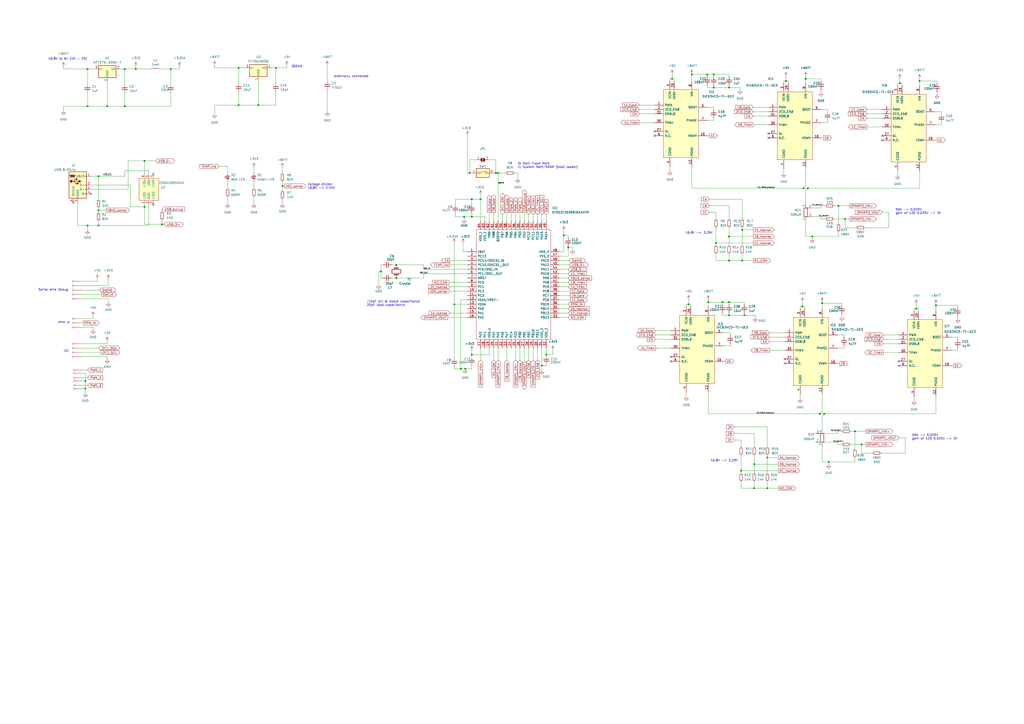
<source format=kicad_sch>
(kicad_sch (version 20211123) (generator eeschema)
  (paper "A2")
  (lib_symbols
    (symbol "Conn_01x01_Female_1" (pin_numbers hide) (pin_names (offset 1.016) hide)
      (property "Reference" "J" (at 0 2.54 0))
      (property "Value" "Conn_01x01_Female_1" (at 0 -2.54 0))
      (symbol "Conn_01x01_Female_1_1_1"
        (pin passive line (at -5.08 0 0) (length 3.81) (name "Pin_1") (number "1"))
      )
    )
    (symbol "Conn_01x01_Female_10" (pin_numbers hide) (pin_names (offset 1.016) hide)
      (property "Reference" "J" (at 0 2.54 0))
      (property "Value" "Conn_01x01_Female_10" (at 0 -2.54 0))
      (symbol "Conn_01x01_Female_10_1_1"
        (pin passive line (at -5.08 0 0) (length 3.81) (name "Pin_1") (number "1"))
      )
    )
    (symbol "Conn_01x01_Female_11" (pin_numbers hide) (pin_names (offset 1.016) hide)
      (property "Reference" "J" (at 0 2.54 0))
      (property "Value" "Conn_01x01_Female_11" (at 0 -2.54 0))
      (symbol "Conn_01x01_Female_11_1_1"
        (pin passive line (at -5.08 0 0) (length 3.81) (name "Pin_1") (number "1"))
      )
    )
    (symbol "Conn_01x01_Female_12" (pin_numbers hide) (pin_names (offset 1.016) hide)
      (property "Reference" "J" (at 0 2.54 0))
      (property "Value" "Conn_01x01_Female_12" (at 0 -2.54 0))
      (symbol "Conn_01x01_Female_12_1_1"
        (pin passive line (at -5.08 0 0) (length 3.81) (name "Pin_1") (number "1"))
      )
    )
    (symbol "Conn_01x01_Female_13" (pin_numbers hide) (pin_names (offset 1.016) hide)
      (property "Reference" "J" (at 0 2.54 0))
      (property "Value" "Conn_01x01_Female_13" (at 0 -2.54 0))
      (symbol "Conn_01x01_Female_13_1_1"
        (pin passive line (at -5.08 0 0) (length 3.81) (name "Pin_1") (number "1"))
      )
    )
    (symbol "Conn_01x01_Female_14" (pin_numbers hide) (pin_names (offset 1.016) hide)
      (property "Reference" "J" (at 0 2.54 0))
      (property "Value" "Conn_01x01_Female_14" (at 0 -2.54 0))
      (symbol "Conn_01x01_Female_14_1_1"
        (pin passive line (at -5.08 0 0) (length 3.81) (name "Pin_1") (number "1"))
      )
    )
    (symbol "Conn_01x01_Female_2" (pin_numbers hide) (pin_names (offset 1.016) hide)
      (property "Reference" "J" (at 0 2.54 0))
      (property "Value" "Conn_01x01_Female_2" (at 0 -2.54 0))
      (symbol "Conn_01x01_Female_2_1_1"
        (pin passive line (at -5.08 0 0) (length 3.81) (name "Pin_1") (number "1"))
      )
    )
    (symbol "Conn_01x01_Female_3" (pin_numbers hide) (pin_names (offset 1.016) hide)
      (property "Reference" "J" (at 0 2.54 0))
      (property "Value" "Conn_01x01_Female_3" (at 0 -2.54 0))
      (symbol "Conn_01x01_Female_3_1_1"
        (pin passive line (at -5.08 0 0) (length 3.81) (name "Pin_1") (number "1"))
      )
    )
    (symbol "Conn_01x01_Female_4" (pin_numbers hide) (pin_names (offset 1.016) hide)
      (property "Reference" "J" (at 0 2.54 0))
      (property "Value" "Conn_01x01_Female_4" (at 0 -2.54 0))
      (symbol "Conn_01x01_Female_4_1_1"
        (pin passive line (at -5.08 0 0) (length 3.81) (name "Pin_1") (number "1"))
      )
    )
    (symbol "Conn_01x01_Female_5" (pin_numbers hide) (pin_names (offset 1.016) hide)
      (property "Reference" "J" (at 0 2.54 0))
      (property "Value" "Conn_01x01_Female_5" (at 0 -2.54 0))
      (symbol "Conn_01x01_Female_5_1_1"
        (pin passive line (at -5.08 0 0) (length 3.81) (name "Pin_1") (number "1"))
      )
    )
    (symbol "Conn_01x01_Female_6" (pin_numbers hide) (pin_names (offset 1.016) hide)
      (property "Reference" "J" (at 0 2.54 0))
      (property "Value" "Conn_01x01_Female_6" (at 0 -2.54 0))
      (symbol "Conn_01x01_Female_6_1_1"
        (pin passive line (at -5.08 0 0) (length 3.81) (name "Pin_1") (number "1"))
      )
    )
    (symbol "Conn_01x01_Female_7" (pin_numbers hide) (pin_names (offset 1.016) hide)
      (property "Reference" "J" (at 0 2.54 0))
      (property "Value" "Conn_01x01_Female_7" (at 0 -2.54 0))
      (symbol "Conn_01x01_Female_7_1_1"
        (pin passive line (at -5.08 0 0) (length 3.81) (name "Pin_1") (number "1"))
      )
    )
    (symbol "Conn_01x01_Female_8" (pin_numbers hide) (pin_names (offset 1.016) hide)
      (property "Reference" "J" (at 0 2.54 0))
      (property "Value" "Conn_01x01_Female_8" (at 0 -2.54 0))
      (symbol "Conn_01x01_Female_8_1_1"
        (pin passive line (at -5.08 0 0) (length 3.81) (name "Pin_1") (number "1"))
      )
    )
    (symbol "Conn_01x01_Female_9" (pin_numbers hide) (pin_names (offset 1.016) hide)
      (property "Reference" "J" (at 0 2.54 0))
      (property "Value" "Conn_01x01_Female_9" (at 0 -2.54 0))
      (symbol "Conn_01x01_Female_9_1_1"
        (pin passive line (at -5.08 0 0) (length 3.81) (name "Pin_1") (number "1"))
      )
    )
    (symbol "Connector:Conn_01x01_Female" (pin_numbers hide) (pin_names (offset 1.016) hide)
      (property "Reference" "J" (at 0 2.54 0))
      (property "Value" "Conn_01x01_Female" (at 0 -2.54 0))
      (symbol "Conn_01x01_Female_1_1"
        (pin passive line (at -5.08 0 0) (length 3.81) (name "Pin_1") (number "1"))
      )
    )
    (symbol "Connector:Conn_01x03_Female" (pin_numbers hide) (pin_names (offset 1.016) hide)
      (property "Reference" "J" (at 0 5.08 0))
      (property "Value" "Conn_01x03_Female" (at 0 -5.08 0))
      (symbol "Conn_01x03_Female_1_1"
        (pin passive line (at -5.08 2.54 0) (length 3.81) (name "Pin_1") (number "1"))
        (pin passive line (at -5.08 0 0) (length 3.81) (name "Pin_2") (number "2"))
        (pin passive line (at -5.08 -2.54 0) (length 3.81) (name "Pin_3") (number "3"))
      )
    )
    (symbol "Connector:USB_B_Micro" (pin_names (offset 1.016))
      (property "Reference" "J" (at -5.08 11.43 0))
      (property "Value" "USB_B_Micro" (at -5.08 8.89 0))
      (symbol "USB_B_Micro_1_1"
        (pin power_out line (at 7.62 5.08 180) (length 2.54) (name "VBUS") (number "1"))
        (pin bidirectional line (at 7.62 -2.54 180) (length 2.54) (name "D-") (number "2"))
        (pin bidirectional line (at 7.62 0 180) (length 2.54) (name "D+") (number "3"))
        (pin passive line (at 7.62 -5.08 180) (length 2.54) (name "ID") (number "4"))
        (pin power_out line (at 0 -10.16 90) (length 2.54) (name "GND") (number "5"))
        (pin passive line (at -2.54 -10.16 90) (length 2.54) (name "Shield") (number "6"))
      )
    )
    (symbol "Device:C_Small" (pin_numbers hide) (pin_names (offset 0.254) hide)
      (property "Reference" "C" (at 0.254 1.778 0))
      (property "Value" "C_Small" (at 0.254 -2.032 0))
      (symbol "C_Small_1_1"
        (pin passive line (at 0 2.54 270) (length 2.032) (name "~") (number "1"))
        (pin passive line (at 0 -2.54 90) (length 2.032) (name "~") (number "2"))
      )
    )
    (symbol "Device:Crystal" (pin_numbers hide) (pin_names (offset 1.016) hide)
      (property "Reference" "Y1" (at 4.445 7.62 90))
      (property "Value" "Crystal" (at 6.985 5.08 90))
      (symbol "Crystal_1_1"
        (pin passive line (at -3.81 0 0) (length 1.27) (name "1") (number "1"))
        (pin passive line (at 3.81 0 180) (length 1.27) (name "3") (number "3"))
      )
    )
    (symbol "Device:LED_Small" (pin_numbers hide) (pin_names (offset 0.254) hide)
      (property "Reference" "D" (at -1.27 3.175 0))
      (property "Value" "LED_Small" (at -4.445 -2.54 0))
      (symbol "LED_Small_1_1"
        (pin passive line (at -2.54 0 0) (length 1.778) (name "K") (number "1"))
        (pin passive line (at 2.54 0 180) (length 1.778) (name "A") (number "2"))
      )
    )
    (symbol "Device:L_Small" (pin_numbers hide) (pin_names (offset 0.254) hide)
      (property "Reference" "L" (at 0.762 1.016 0))
      (property "Value" "L_Small" (at 0.762 -1.016 0))
      (symbol "L_Small_1_1"
        (pin passive line (at 0 2.54 270) (length 0.508) (name "~") (number "1"))
        (pin passive line (at 0 -2.54 90) (length 0.508) (name "~") (number "2"))
      )
    )
    (symbol "Device:R_Shunt" (pin_numbers hide) (pin_names (offset 0))
      (property "Reference" "R" (at -4.445 0 90))
      (property "Value" "R_Shunt" (at -2.54 0 90))
      (symbol "R_Shunt_1_1"
        (pin passive line (at 0 5.08 270) (length 2.54) (name "1") (number "1"))
        (pin passive line (at 3.81 2.54 180) (length 2.54) (name "2") (number "2"))
        (pin passive line (at 3.81 -2.54 180) (length 2.54) (name "3") (number "3"))
        (pin passive line (at 0 -5.08 90) (length 2.54) (name "4") (number "4"))
      )
    )
    (symbol "Device:R_Small" (pin_numbers hide) (pin_names (offset 0.254) hide)
      (property "Reference" "R" (at 0.762 0.508 0))
      (property "Value" "R_Small" (at 0.762 -1.016 0))
      (symbol "R_Small_1_1"
        (pin passive line (at 0 2.54 270) (length 0.762) (name "~") (number "1"))
        (pin passive line (at 0 -2.54 90) (length 0.762) (name "~") (number "2"))
      )
    )
    (symbol "Jumper:SolderJumper_2_Open" (pin_names (offset 0) hide)
      (property "Reference" "JP" (at 0 2.032 0))
      (property "Value" "SolderJumper_2_Open" (at 0 -2.54 0))
      (symbol "SolderJumper_2_Open_1_1"
        (pin passive line (at -3.81 0 0) (length 2.54) (name "A") (number "1"))
        (pin passive line (at 3.81 0 180) (length 2.54) (name "B") (number "2"))
      )
    )
    (symbol "New_Library:ESDALD05UD4X"
      (property "Reference" "U" (at 15.24 8.89 0))
      (property "Value" "ESDALD05UD4X" (at 5.715 8.89 0))
      (symbol "ESDALD05UD4X_0_0"
        (pin unspecified line (at -8.89 2.54 0) (length 2.54) (name "I/O1") (number "1"))
        (pin unspecified line (at -8.89 0 0) (length 2.54) (name "GND") (number "2"))
        (pin unspecified line (at -8.89 -2.54 0) (length 2.54) (name "I/O2") (number "3"))
        (pin unspecified line (at 8.89 -2.54 180) (length 2.54) (name "I/O3") (number "4"))
        (pin unspecified line (at 8.89 0 180) (length 2.54) (name "VDD") (number "5"))
        (pin unspecified line (at 8.89 2.54 180) (length 2.54) (name "I/O4") (number "6"))
      )
    )
    (symbol "New_Library:SIC634CD-T1-GE3" (pin_names (offset 0.762))
      (property "Reference" "IC" (at 69.85 23.495 0))
      (property "Value" "SIC634CD-T1-GE3" (at 69.85 20.955 0))
      (symbol "SIC634CD-T1-GE3_0_0"
        (pin passive line (at 0 -8.89 0) (length 5.08) (name "PWM") (number "1"))
        (pin power_in line (at 21.59 -44.45 90) (length 5.08) (name "PGND") (number "12"))
        (pin passive line (at 30.48 -26.67 180) (length 5.08) (name "VSWH") (number "16"))
        (pin passive line (at 0 -11.43 0) (length 5.08) (name "ZCD_EN#") (number "2"))
        (pin passive line (at 0 -24.13 0) (length 5.08) (name "GL") (number "27"))
        (pin passive line (at 11.43 5.08 270) (length 5.08) (name "VDRV") (number "29"))
        (pin passive line (at 8.89 5.08 270) (length 5.08) (name "VCIN") (number "3"))
        (pin passive line (at 0 -19.05 0) (length 5.08) (name "THWn") (number "30"))
        (pin passive line (at 0 -13.97 0) (length 5.08) (name "DSBL#") (number "31"))
        (pin passive line (at 8.89 -44.45 90) (length 5.08) (name "CGND") (number "4"))
        (pin passive line (at 30.48 -10.16 180) (length 5.08) (name "BOOT") (number "5"))
        (pin passive line (at 0 -26.67 0) (length 5.08) (name "N.C.") (number "6"))
        (pin passive line (at 30.48 -17.78 180) (length 5.08) (name "PHASE") (number "7"))
        (pin power_in line (at 21.59 5.08 270) (length 5.08) (name "VIN") (number "8"))
      )
    )
    (symbol "New_Library:STM32F303RBT6XXXTR" (pin_names (offset 0.762))
      (property "Reference" "IC" (at 49.53 17.78 0))
      (property "Value" "STM32F303RBT6XXXTR" (at 49.53 15.24 0))
      (symbol "STM32F303RBT6XXXTR_0_0"
        (pin passive line (at 0 0 0) (length 5.08) (name "VBAT") (number "1"))
        (pin passive line (at 0 -22.86 0) (length 5.08) (name "PC2") (number "10"))
        (pin passive line (at 0 -25.4 0) (length 5.08) (name "PC3") (number "11"))
        (pin passive line (at 0 -27.94 0) (length 5.08) (name "VSSA/VREF-") (number "12"))
        (pin passive line (at 0 -30.48 0) (length 5.08) (name "VDDA") (number "13"))
        (pin passive line (at 0 -33.02 0) (length 5.08) (name "PA0") (number "14"))
        (pin passive line (at 0 -35.56 0) (length 5.08) (name "PA1") (number "15"))
        (pin passive line (at 0 -38.1 0) (length 5.08) (name "PA2") (number "16"))
        (pin passive line (at 7.62 -55.88 90) (length 5.08) (name "PA3") (number "17"))
        (pin passive line (at 10.16 -55.88 90) (length 5.08) (name "PF4") (number "18"))
        (pin passive line (at 12.7 -55.88 90) (length 5.08) (name "VDD_4") (number "19"))
        (pin passive line (at 0 -2.54 0) (length 5.08) (name "PC13") (number "2"))
        (pin passive line (at 15.24 -55.88 90) (length 5.08) (name "PA4") (number "20"))
        (pin passive line (at 17.78 -55.88 90) (length 5.08) (name "PA5") (number "21"))
        (pin passive line (at 20.32 -55.88 90) (length 5.08) (name "PA6") (number "22"))
        (pin passive line (at 22.86 -55.88 90) (length 5.08) (name "PA7") (number "23"))
        (pin passive line (at 25.4 -55.88 90) (length 5.08) (name "PC4") (number "24"))
        (pin passive line (at 27.94 -55.88 90) (length 5.08) (name "PC5") (number "25"))
        (pin passive line (at 30.48 -55.88 90) (length 5.08) (name "PB0") (number "26"))
        (pin passive line (at 33.02 -55.88 90) (length 5.08) (name "PB1") (number "27"))
        (pin passive line (at 35.56 -55.88 90) (length 5.08) (name "PB2") (number "28"))
        (pin passive line (at 38.1 -55.88 90) (length 5.08) (name "PB10") (number "29"))
        (pin passive line (at 0 -5.08 0) (length 5.08) (name "PC14/OSC32_IN") (number "3"))
        (pin passive line (at 40.64 -55.88 90) (length 5.08) (name "PB11") (number "30"))
        (pin passive line (at 43.18 -55.88 90) (length 5.08) (name "VSS_2") (number "31"))
        (pin passive line (at 45.72 -55.88 90) (length 5.08) (name "VDD_2") (number "32"))
        (pin passive line (at 53.34 -38.1 180) (length 5.08) (name "PB12") (number "33"))
        (pin passive line (at 53.34 -35.56 180) (length 5.08) (name "PB13") (number "34"))
        (pin passive line (at 53.34 -33.02 180) (length 5.08) (name "PB14") (number "35"))
        (pin passive line (at 53.34 -30.48 180) (length 5.08) (name "PB15") (number "36"))
        (pin passive line (at 53.34 -27.94 180) (length 5.08) (name "PC6") (number "37"))
        (pin passive line (at 53.34 -25.4 180) (length 5.08) (name "PC7") (number "38"))
        (pin passive line (at 53.34 -22.86 180) (length 5.08) (name "PC8") (number "39"))
        (pin passive line (at 0 -7.62 0) (length 5.08) (name "PC15/OSC32__OUT") (number "4"))
        (pin passive line (at 53.34 -20.32 180) (length 5.08) (name "PC9") (number "40"))
        (pin passive line (at 53.34 -17.78 180) (length 5.08) (name "PA8") (number "41"))
        (pin passive line (at 53.34 -15.24 180) (length 5.08) (name "PA9") (number "42"))
        (pin passive line (at 53.34 -12.7 180) (length 5.08) (name "PA10") (number "43"))
        (pin passive line (at 53.34 -10.16 180) (length 5.08) (name "PA11") (number "44"))
        (pin passive line (at 53.34 -7.62 180) (length 5.08) (name "PA12") (number "45"))
        (pin passive line (at 53.34 -5.08 180) (length 5.08) (name "PA13") (number "46"))
        (pin passive line (at 53.34 -2.54 180) (length 5.08) (name "VSS_3") (number "47"))
        (pin passive line (at 53.34 0 180) (length 5.08) (name "VDD_3") (number "48"))
        (pin passive line (at 45.72 17.78 270) (length 5.08) (name "PA14") (number "49"))
        (pin passive line (at 0 -10.16 0) (length 5.08) (name "PF0/OSC_IN") (number "5"))
        (pin passive line (at 43.18 17.78 270) (length 5.08) (name "PA15") (number "50"))
        (pin passive line (at 40.64 17.78 270) (length 5.08) (name "PC10") (number "51"))
        (pin passive line (at 38.1 17.78 270) (length 5.08) (name "PC11") (number "52"))
        (pin passive line (at 35.56 17.78 270) (length 5.08) (name "PC12") (number "53"))
        (pin passive line (at 33.02 17.78 270) (length 5.08) (name "PD2") (number "54"))
        (pin passive line (at 30.48 17.78 270) (length 5.08) (name "PB3") (number "55"))
        (pin passive line (at 27.94 17.78 270) (length 5.08) (name "PB4") (number "56"))
        (pin passive line (at 25.4 17.78 270) (length 5.08) (name "PB5") (number "57"))
        (pin passive line (at 22.86 17.78 270) (length 5.08) (name "PB6") (number "58"))
        (pin passive line (at 20.32 17.78 270) (length 5.08) (name "PB7") (number "59"))
        (pin passive line (at 0 -12.7 0) (length 5.08) (name "PF1/OSC__OUT") (number "6"))
        (pin passive line (at 17.78 17.78 270) (length 5.08) (name "BOOT0") (number "60"))
        (pin passive line (at 15.24 17.78 270) (length 5.08) (name "PB8") (number "61"))
        (pin passive line (at 12.7 17.78 270) (length 5.08) (name "PB9") (number "62"))
        (pin passive line (at 10.16 17.78 270) (length 5.08) (name "VSS_1") (number "63"))
        (pin passive line (at 7.62 17.78 270) (length 5.08) (name "VDD_1") (number "64"))
        (pin passive line (at 0 -15.24 0) (length 5.08) (name "NRST") (number "7"))
        (pin passive line (at 0 -17.78 0) (length 5.08) (name "PC0") (number "8"))
        (pin passive line (at 0 -20.32 0) (length 5.08) (name "PC1") (number "9"))
      )
    )
    (symbol "Regulator_Linear:LM1117-3.3" (pin_names (offset 0.254))
      (property "Reference" "U" (at -3.81 3.175 0))
      (property "Value" "LM1117-3.3" (at 0 3.175 0))
      (symbol "LM1117-3.3_1_1"
        (pin power_in line (at 0 -7.62 90) (length 2.54) (name "GND") (number "1"))
        (pin power_out line (at 7.62 0 180) (length 2.54) (name "VO") (number "2"))
        (pin power_in line (at -7.62 0 0) (length 2.54) (name "VI") (number "3"))
      )
    )
    (symbol "Switch:SW_DIP_x01" (pin_names (offset 0) hide)
      (property "Reference" "SW" (at 0 3.81 0))
      (property "Value" "SW_DIP_x01" (at 0 -3.81 0))
      (symbol "SW_DIP_x01_1_1"
        (pin passive line (at -7.62 0 0) (length 5.08) (name "~") (number "1"))
        (pin passive line (at 7.62 0 180) (length 5.08) (name "~") (number "2"))
      )
    )
    (symbol "power:+3.3V" (power) (pin_names (offset 0))
      (property "Value" "+3.3V" (at 0 3.556 0))
      (symbol "+3.3V_1_1"
        (pin power_in line (at 0 0 90) (length 0) hide (name "+3V3") (number "1"))
      )
    )
    (symbol "power:+3.3VA" (power) (pin_names (offset 0))
      (property "Value" "+3.3VA" (at 0 3.556 0))
      (symbol "+3.3VA_1_1"
        (pin power_in line (at 0 0 90) (length 0) hide (name "+3.3VA") (number "1"))
      )
    )
    (symbol "power:+5V" (power) (pin_names (offset 0))
      (property "Value" "+5V" (at 0 3.556 0))
      (symbol "+5V_1_1"
        (pin power_in line (at 0 0 90) (length 0) hide (name "+5V") (number "1"))
      )
    )
    (symbol "power:+BATT" (power) (pin_names (offset 0))
      (property "Value" "+BATT" (at 0 3.556 0))
      (symbol "+BATT_1_1"
        (pin power_in line (at 0 0 90) (length 0) hide (name "+BATT") (number "1"))
      )
    )
    (symbol "power:GND" (power) (pin_names (offset 0))
      (property "Value" "GND" (at 0 -3.81 0))
      (symbol "GND_1_1"
        (pin power_in line (at 0 0 270) (length 0) hide (name "GND") (number "1"))
      )
    )
  )
  (junction (at 466.09 109.22))
  (junction (at 329.565 143.51))
  (junction (at 50.8 61.595))
  (junction (at 267.335 213.995))
  (junction (at 163.83 107.95))
  (junction (at 160.02 39.37))
  (junction (at 72.39 61.595))
  (junction (at 287.655 100.33))
  (junction (at 429.895 273.05))
  (junction (at 78.74 40.005))
  (junction (at 422.91 50.8))
  (junction (at 93.98 130.175))
  (junction (at 430.53 151.13))
  (junction (at 273.685 125.73))
  (junction (at 495.935 250.19))
  (junction (at 471.17 137.16))
  (junction (at 50.8 130.81))
  (junction (at 533.4 46.99))
  (junction (at 83.82 93.345))
  (junction (at 269.875 213.995))
  (junction (at 314.325 212.09))
  (junction (at 486.41 119.38))
  (junction (at 288.925 100.33))
  (junction (at 465.455 177.8))
  (junction (at 431.8 182.88))
  (junction (at 478.155 240.03))
  (junction (at 542.925 177.165))
  (junction (at 467.36 45.72))
  (junction (at 437.515 269.24))
  (junction (at 437.515 283.21))
  (junction (at 531.495 179.07))
  (junction (at 419.1 175.26))
  (junction (at 475.615 240.03))
  (junction (at 389.89 45.72))
  (junction (at 273.685 115.57))
  (junction (at 138.43 39.37))
  (junction (at 263.525 176.53))
  (junction (at 521.97 48.26))
  (junction (at 490.22 127))
  (junction (at 99.06 40.005))
  (junction (at 422.91 182.88))
  (junction (at 229.87 161.29))
  (junction (at 220.98 157.48))
  (junction (at 410.21 43.18))
  (junction (at 430.53 133.35))
  (junction (at 499.745 257.81))
  (junction (at 62.23 61.595))
  (junction (at 399.415 176.53))
  (junction (at 445.135 265.43))
  (junction (at 50.8 40.005))
  (junction (at 410.845 175.26))
  (junction (at 272.415 100.33))
  (junction (at 422.91 137.16))
  (junction (at 138.43 60.96))
  (junction (at 455.93 46.99))
  (junction (at 57.15 121.92))
  (junction (at 273.685 205.74))
  (junction (at 327.025 136.525))
  (junction (at 476.885 175.895))
  (junction (at 149.86 60.96))
  (junction (at 422.91 151.13))
  (junction (at 316.865 205.74))
  (junction (at 57.15 102.235))
  (junction (at 49.53 225.425))
  (junction (at 83.82 120.015))
  (junction (at 445.135 283.21))
  (junction (at 414.02 43.18))
  (junction (at 422.91 175.26))
  (junction (at 72.39 40.005))
  (junction (at 414.02 50.8))
  (junction (at 229.87 153.67))
  (junction (at 480.695 267.97))
  (junction (at 49.53 220.98))
  (junction (at 468.63 109.22))
  (junction (at 278.765 115.57))
  (junction (at 269.24 125.73))
  (junction (at 415.29 140.97))
  (junction (at 57.15 130.81))
  (junction (at 401.32 43.18))
  (no_connect (at 455.295 208.28))
  (no_connect (at 445.77 80.01))
  (no_connect (at 511.81 78.74))
  (no_connect (at 445.77 77.47))
  (no_connect (at 42.545 117.475))
  (no_connect (at 52.705 112.395))
  (no_connect (at 511.81 81.28))
  (no_connect (at 389.255 209.55))
  (no_connect (at 455.295 210.82))
  (no_connect (at 389.255 207.01))
  (no_connect (at 521.335 209.55))
  (no_connect (at 379.73 78.74))
  (no_connect (at 88.9 118.745))
  (no_connect (at 379.73 76.2))
  (no_connect (at 88.9 100.965))
  (no_connect (at 521.335 212.09))
  (wire (pts (xy 127 96.52) (xy 132.08 96.52)))
  (wire (pts (xy 502.92 63.5) (xy 511.81 63.5)))
  (wire (pts (xy 502.92 73.66) (xy 511.81 73.66)))
  (wire (pts (xy 486.41 137.16) (xy 471.17 137.16)))
  (wire (pts (xy 426.085 251.46) (xy 437.515 251.46)))
  (wire (pts (xy 281.305 128.27) (xy 281.305 125.73)))
  (wire (pts (xy 311.785 201.93) (xy 311.785 208.915)))
  (wire (pts (xy 273.685 212.09) (xy 273.685 213.995)))
  (wire (pts (xy 301.625 123.19) (xy 301.625 128.27)))
  (wire (pts (xy 78.74 40.005) (xy 78.74 38.735)))
  (wire (pts (xy 465.455 175.26) (xy 465.455 177.8)))
  (wire (pts (xy 324.485 173.99) (xy 330.835 173.99)))
  (wire (pts (xy 436.88 151.13) (xy 430.53 151.13)))
  (wire (pts (xy 389.89 43.18) (xy 389.89 45.72)))
  (wire (pts (xy 309.245 124.46) (xy 309.245 128.27)))
  (wire (pts (xy 219.71 157.48) (xy 220.98 157.48)))
  (wire (pts (xy 380.365 196.85) (xy 389.255 196.85)))
  (wire (pts (xy 271.145 100.33) (xy 272.415 100.33)))
  (wire (pts (xy 411.48 119.38) (xy 422.91 119.38)))
  (wire (pts (xy 422.91 49.53) (xy 422.91 50.8)))
  (wire (pts (xy 542.925 176.53) (xy 542.925 177.165)))
  (wire (pts (xy 480.06 64.77) (xy 480.06 63.5)))
  (wire (pts (xy 299.085 201.93) (xy 299.085 208.915)))
  (wire (pts (xy 485.775 210.82) (xy 487.045 210.82)))
  (wire (pts (xy 263.525 176.53) (xy 263.525 207.645)))
  (wire (pts (xy 485.775 194.31) (xy 489.585 194.31)))
  (wire (pts (xy 523.24 48.26) (xy 521.97 48.26)))
  (wire (pts (xy 411.48 115.57) (xy 430.53 115.57)))
  (wire (pts (xy 476.25 119.38) (xy 476.25 120.65)))
  (wire (pts (xy 429.895 255.27) (xy 429.895 259.08)))
  (wire (pts (xy 311.785 124.46) (xy 311.785 128.27)))
  (wire (pts (xy 436.88 72.39) (xy 445.77 72.39)))
  (wire (pts (xy 476.25 71.12) (xy 480.06 71.12)))
  (wire (pts (xy 263.525 212.725) (xy 263.525 213.995)))
  (wire (pts (xy 473.075 256.54) (xy 485.775 256.54)))
  (wire (pts (xy 132.08 96.52) (xy 132.08 100.33)))
  (wire (pts (xy 476.25 46.99) (xy 476.25 45.72)))
  (wire (pts (xy 555.625 196.85) (xy 555.625 195.58)))
  (wire (pts (xy 46.99 204.47) (xy 58.42 204.47)))
  (wire (pts (xy 166.37 39.37) (xy 166.37 38.1)))
  (wire (pts (xy 430.53 151.13) (xy 422.91 151.13)))
  (wire (pts (xy 56.515 161.925) (xy 56.515 163.195)))
  (wire (pts (xy 391.16 45.72) (xy 389.89 45.72)))
  (wire (pts (xy 163.83 107.95) (xy 165.1 107.95)))
  (wire (pts (xy 324.485 176.53) (xy 329.565 176.53)))
  (wire (pts (xy 47.625 223.52) (xy 50.8 223.52)))
  (wire (pts (xy 438.15 184.15) (xy 438.15 182.88)))
  (wire (pts (xy 301.625 201.93) (xy 301.625 208.915)))
  (wire (pts (xy 457.2 46.99) (xy 455.93 46.99)))
  (wire (pts (xy 260.985 163.83) (xy 271.145 163.83)))
  (wire (pts (xy 422.91 137.16) (xy 422.91 142.24)))
  (wire (pts (xy 99.06 40.005) (xy 104.14 40.005)))
  (wire (pts (xy 260.985 166.37) (xy 271.145 166.37)))
  (wire (pts (xy 72.39 53.975) (xy 72.39 61.595)))
  (wire (pts (xy 124.46 60.96) (xy 138.43 60.96)))
  (wire (pts (xy 324.485 148.59) (xy 329.565 148.59)))
  (wire (pts (xy 520.7 99.06) (xy 520.7 101.6)))
  (wire (pts (xy 138.43 53.34) (xy 138.43 60.96)))
  (wire (pts (xy 488.315 175.895) (xy 476.885 175.895)))
  (wire (pts (xy 324.485 146.05) (xy 327.025 146.05)))
  (wire (pts (xy 422.91 175.26) (xy 422.91 176.53)))
  (wire (pts (xy 324.485 161.29) (xy 329.565 161.29)))
  (wire (pts (xy 62.23 47.625) (xy 62.23 61.595)))
  (wire (pts (xy 46.99 170.815) (xy 59.055 170.815)))
  (wire (pts (xy 488.315 182.245) (xy 488.315 183.515)))
  (wire (pts (xy 410.21 44.45) (xy 410.21 43.18)))
  (wire (pts (xy 429.895 283.21) (xy 429.895 279.4)))
  (wire (pts (xy 466.09 109.22) (xy 468.63 109.22)))
  (wire (pts (xy 62.23 208.28) (xy 62.23 207.01)))
  (wire (pts (xy 283.845 201.93) (xy 283.845 205.74)))
  (wire (pts (xy 490.22 132.08) (xy 490.22 127)))
  (wire (pts (xy 83.82 118.745) (xy 83.82 120.015)))
  (wire (pts (xy 502.285 257.81) (xy 499.745 257.81)))
  (wire (pts (xy 324.485 153.67) (xy 330.2 153.67)))
  (wire (pts (xy 46.99 184.785) (xy 53.975 184.785)))
  (wire (pts (xy 324.485 166.37) (xy 329.565 166.37)))
  (wire (pts (xy 454.66 97.79) (xy 454.66 100.33)))
  (wire (pts (xy 329.565 142.875) (xy 329.565 143.51)))
  (wire (pts (xy 132.08 114.3) (xy 132.08 118.11)))
  (wire (pts (xy 410.21 43.18) (xy 401.32 43.18)))
  (wire (pts (xy 163.83 107.95) (xy 163.83 110.49)))
  (wire (pts (xy 476.25 127) (xy 476.25 125.73)))
  (wire (pts (xy 471.17 137.16) (xy 471.17 138.43)))
  (wire (pts (xy 36.83 61.595) (xy 36.83 64.135)))
  (wire (pts (xy 189.865 52.07) (xy 189.865 64.77)))
  (wire (pts (xy 288.925 201.93) (xy 288.925 208.915)))
  (wire (pts (xy 320.675 205.74) (xy 320.675 203.2)))
  (wire (pts (xy 62.865 175.26) (xy 62.865 173.355)))
  (wire (pts (xy 410.845 227.33) (xy 410.845 240.03)))
  (wire (pts (xy 525.145 254) (xy 521.335 254)))
  (wire (pts (xy 423.545 194.31) (xy 423.545 193.04)))
  (wire (pts (xy 294.005 123.19) (xy 294.005 128.27)))
  (wire (pts (xy 533.4 45.72) (xy 533.4 46.99)))
  (wire (pts (xy 83.82 120.015) (xy 75.565 120.015)))
  (wire (pts (xy 57.15 121.92) (xy 57.15 123.19)))
  (wire (pts (xy 438.15 182.88) (xy 431.8 182.88)))
  (wire (pts (xy 45.085 130.81) (xy 50.8 130.81)))
  (wire (pts (xy 499.745 262.89) (xy 499.745 257.81)))
  (wire (pts (xy 401.32 43.18) (xy 401.32 46.99)))
  (wire (pts (xy 401.32 96.52) (xy 401.32 109.22)))
  (wire (pts (xy 464.185 228.6) (xy 464.185 231.14)))
  (wire (pts (xy 90.17 93.345) (xy 83.82 93.345)))
  (wire (pts (xy 414.02 63.5) (xy 414.02 62.23)))
  (wire (pts (xy 72.39 40.005) (xy 72.39 48.895)))
  (wire (pts (xy 555.625 177.165) (xy 542.925 177.165)))
  (wire (pts (xy 464.185 177.8) (xy 464.185 179.07)))
  (wire (pts (xy 220.98 153.67) (xy 220.98 157.48)))
  (wire (pts (xy 163.83 105.41) (xy 163.83 107.95)))
  (wire (pts (xy 245.745 153.67) (xy 229.87 153.67)))
  (wire (pts (xy 49.53 225.425) (xy 47.625 225.425)))
  (wire (pts (xy 300.355 100.33) (xy 300.355 103.505)))
  (wire (pts (xy 147.32 97.155) (xy 147.32 100.33)))
  (wire (pts (xy 430.53 132.08) (xy 430.53 133.35)))
  (wire (pts (xy 272.415 92.71) (xy 272.415 100.33)))
  (wire (pts (xy 542.29 72.39) (xy 546.1 72.39)))
  (wire (pts (xy 476.885 241.3) (xy 478.155 240.03)))
  (wire (pts (xy 260.985 151.13) (xy 271.145 151.13)))
  (wire (pts (xy 324.485 151.13) (xy 330.2 151.13)))
  (wire (pts (xy 488.315 177.165) (xy 488.315 175.895)))
  (wire (pts (xy 410.845 175.26) (xy 419.1 175.26)))
  (wire (pts (xy 512.445 194.31) (xy 521.335 194.31)))
  (wire (pts (xy 446.405 195.58) (xy 455.295 195.58)))
  (wire (pts (xy 414.02 50.8) (xy 410.21 50.8)))
  (wire (pts (xy 457.2 48.26) (xy 457.2 46.99)))
  (wire (pts (xy 147.32 114.3) (xy 147.32 118.11)))
  (wire (pts (xy 542.925 177.165) (xy 542.925 180.34)))
  (wire (pts (xy 57.15 115.57) (xy 57.15 102.235)))
  (wire (pts (xy 546.1 72.39) (xy 546.1 71.12)))
  (wire (pts (xy 398.145 227.33) (xy 398.145 229.87)))
  (wire (pts (xy 476.885 175.26) (xy 476.885 175.895)))
  (wire (pts (xy 410.845 175.26) (xy 410.845 177.8)))
  (wire (pts (xy 314.325 124.46) (xy 314.325 128.27)))
  (wire (pts (xy 414.02 69.85) (xy 414.02 68.58)))
  (wire (pts (xy 476.25 119.38) (xy 478.79 119.38)))
  (wire (pts (xy 419.735 209.55) (xy 421.005 209.55)))
  (wire (pts (xy 160.02 39.37) (xy 166.37 39.37)))
  (wire (pts (xy 468.63 109.22) (xy 533.4 109.22)))
  (wire (pts (xy 83.82 93.345) (xy 74.295 93.345)))
  (wire (pts (xy 287.655 100.33) (xy 287.655 92.71)))
  (wire (pts (xy 263.525 140.97) (xy 263.525 176.53)))
  (wire (pts (xy 410.21 50.8) (xy 410.21 49.53)))
  (wire (pts (xy 400.685 177.8) (xy 400.685 176.53)))
  (wire (pts (xy 410.21 43.18) (xy 414.02 43.18)))
  (wire (pts (xy 268.605 146.05) (xy 268.605 140.97)))
  (wire (pts (xy 124.46 39.37) (xy 124.46 38.1)))
  (wire (pts (xy 489.585 201.93) (xy 489.585 200.66)))
  (wire (pts (xy 324.485 158.75) (xy 329.565 158.75)))
  (wire (pts (xy 543.56 48.26) (xy 543.56 46.99)))
  (wire (pts (xy 47.625 214.63) (xy 50.8 214.63)))
  (wire (pts (xy 455.93 46.99) (xy 454.66 46.99)))
  (wire (pts (xy 49.53 216.535) (xy 47.625 216.535)))
  (wire (pts (xy 465.455 177.8) (xy 464.185 177.8)))
  (wire (pts (xy 49.53 220.98) (xy 49.53 216.535)))
  (wire (pts (xy 324.485 156.21) (xy 329.565 156.21)))
  (wire (pts (xy 264.16 118.745) (xy 264.16 115.57)))
  (wire (pts (xy 329.565 136.525) (xy 327.025 136.525)))
  (wire (pts (xy 533.4 46.99) (xy 533.4 49.53)))
  (wire (pts (xy 490.22 127) (xy 483.87 127)))
  (wire (pts (xy 473.075 251.46) (xy 485.775 251.46)))
  (wire (pts (xy 480.06 71.12) (xy 480.06 69.85)))
  (wire (pts (xy 332.105 143.51) (xy 332.105 144.78)))
  (wire (pts (xy 278.765 115.57) (xy 278.765 128.27)))
  (wire (pts (xy 288.925 100.33) (xy 288.925 128.27)))
  (wire (pts (xy 49.53 225.425) (xy 49.53 220.98)))
  (wire (pts (xy 61.595 121.92) (xy 57.15 121.92)))
  (wire (pts (xy 475.615 240.03) (xy 476.885 238.76)))
  (wire (pts (xy 83.82 130.175) (xy 83.82 120.015)))
  (wire (pts (xy 47.625 219.075) (xy 50.8 219.075)))
  (wire (pts (xy 46.99 187.325) (xy 48.26 187.325)))
  (wire (pts (xy 245.745 158.75) (xy 271.145 158.75)))
  (wire (pts (xy 380.365 191.77) (xy 389.255 191.77)))
  (wire (pts (xy 46.99 173.355) (xy 62.865 173.355)))
  (wire (pts (xy 391.16 46.99) (xy 391.16 45.72)))
  (wire (pts (xy 324.485 163.83) (xy 329.565 163.83)))
  (wire (pts (xy 304.165 123.19) (xy 304.165 128.27)))
  (wire (pts (xy 422.91 181.61) (xy 422.91 182.88)))
  (wire (pts (xy 324.485 181.61) (xy 329.565 181.61)))
  (wire (pts (xy 431.8 181.61) (xy 431.8 182.88)))
  (wire (pts (xy 543.56 53.34) (xy 543.56 54.61)))
  (wire (pts (xy 415.29 151.13) (xy 415.29 147.32)))
  (wire (pts (xy 445.135 247.65) (xy 445.135 259.08)))
  (wire (pts (xy 419.1 175.26) (xy 422.91 175.26)))
  (wire (pts (xy 316.865 205.74) (xy 320.675 205.74)))
  (wire (pts (xy 436.88 62.23) (xy 445.77 62.23)))
  (wire (pts (xy 445.135 264.16) (xy 445.135 265.43)))
  (wire (pts (xy 219.71 165.1) (xy 219.71 157.48)))
  (wire (pts (xy 446.405 203.2) (xy 455.295 203.2)))
  (wire (pts (xy 430.53 133.35) (xy 436.88 133.35)))
  (wire (pts (xy 419.735 200.66) (xy 423.545 200.66)))
  (wire (pts (xy 454.66 46.99) (xy 454.66 48.26)))
  (wire (pts (xy 471.17 125.73) (xy 476.25 125.73)))
  (wire (pts (xy 429.895 264.16) (xy 429.895 273.05)))
  (wire (pts (xy 149.86 46.99) (xy 149.86 60.96)))
  (wire (pts (xy 264.16 115.57) (xy 273.685 115.57)))
  (wire (pts (xy 437.515 269.24) (xy 437.515 274.32)))
  (wire (pts (xy 329.565 143.51) (xy 332.105 143.51)))
  (wire (pts (xy 399.415 176.53) (xy 398.145 176.53)))
  (wire (pts (xy 276.225 92.71) (xy 272.415 92.71)))
  (wire (pts (xy 415.29 123.19) (xy 415.29 127)))
  (wire (pts (xy 273.685 205.74) (xy 273.685 203.2)))
  (wire (pts (xy 415.29 132.08) (xy 415.29 140.97)))
  (wire (pts (xy 75.565 107.315) (xy 52.705 107.315)))
  (wire (pts (xy 264.16 125.73) (xy 269.24 125.73)))
  (wire (pts (xy 471.17 120.65) (xy 476.25 120.65)))
  (wire (pts (xy 532.765 179.07) (xy 531.495 179.07)))
  (wire (pts (xy 267.335 213.995) (xy 269.875 213.995)))
  (wire (pts (xy 542.925 229.87) (xy 542.925 240.03)))
  (wire (pts (xy 523.24 49.53) (xy 523.24 48.26)))
  (wire (pts (xy 57.15 120.65) (xy 57.15 121.92)))
  (wire (pts (xy 57.15 128.27) (xy 57.15 130.81)))
  (wire (pts (xy 72.39 102.235) (xy 57.15 102.235)))
  (wire (pts (xy 62.23 198.12) (xy 62.23 199.39)))
  (wire (pts (xy 485.775 257.81) (xy 485.775 256.54)))
  (wire (pts (xy 57.15 130.81) (xy 86.36 130.81)))
  (wire (pts (xy 273.685 125.73) (xy 281.305 125.73)))
  (wire (pts (xy 476.885 259.08) (xy 476.885 267.97)))
  (wire (pts (xy 50.8 130.81) (xy 50.8 133.35)))
  (wire (pts (xy 294.005 201.93) (xy 294.005 208.915)))
  (wire (pts (xy 264.16 123.825) (xy 264.16 125.73)))
  (wire (pts (xy 92.71 40.005) (xy 99.06 40.005)))
  (wire (pts (xy 476.25 80.01) (xy 477.52 80.01)))
  (wire (pts (xy 278.765 113.03) (xy 278.765 115.57)))
  (wire (pts (xy 485.775 201.93) (xy 489.585 201.93)))
  (wire (pts (xy 467.36 45.72) (xy 476.25 45.72)))
  (wire (pts (xy 163.83 97.155) (xy 163.83 100.33)))
  (wire (pts (xy 415.29 140.97) (xy 436.88 140.97)))
  (wire (pts (xy 260.985 181.61) (xy 271.145 181.61)))
  (wire (pts (xy 515.62 132.08) (xy 515.62 123.19)))
  (wire (pts (xy 138.43 39.37) (xy 142.24 39.37)))
  (wire (pts (xy 287.655 92.71) (xy 283.845 92.71)))
  (wire (pts (xy 291.465 124.46) (xy 291.465 128.27)))
  (wire (pts (xy 370.84 71.12) (xy 379.73 71.12)))
  (wire (pts (xy 299.085 123.19) (xy 299.085 128.27)))
  (wire (pts (xy 314.325 212.09) (xy 314.325 214.63)))
  (wire (pts (xy 486.41 119.38) (xy 486.41 129.54)))
  (wire (pts (xy 495.935 265.43) (xy 495.935 267.97)))
  (wire (pts (xy 260.985 168.91) (xy 271.145 168.91)))
  (wire (pts (xy 466.09 109.22) (xy 467.36 107.95)))
  (wire (pts (xy 495.935 250.19) (xy 495.935 260.35)))
  (wire (pts (xy 149.86 60.96) (xy 138.43 60.96)))
  (wire (pts (xy 327.025 136.525) (xy 327.025 133.985)))
  (wire (pts (xy 422.91 44.45) (xy 422.91 43.18)))
  (wire (pts (xy 93.98 121.285) (xy 93.98 122.555)))
  (wire (pts (xy 445.135 265.43) (xy 445.135 274.32)))
  (wire (pts (xy 324.485 171.45) (xy 330.835 171.45)))
  (wire (pts (xy 467.36 45.72) (xy 467.36 48.26)))
  (wire (pts (xy 501.65 132.08) (xy 515.62 132.08)))
  (wire (pts (xy 75.565 120.015) (xy 75.565 107.315)))
  (wire (pts (xy 370.84 66.04) (xy 379.73 66.04)))
  (wire (pts (xy 286.385 123.19) (xy 286.385 128.27)))
  (wire (pts (xy 493.395 250.19) (xy 495.935 250.19)))
  (wire (pts (xy 511.175 262.89) (xy 525.145 262.89)))
  (wire (pts (xy 499.745 257.81) (xy 493.395 257.81)))
  (wire (pts (xy 271.145 146.05) (xy 268.605 146.05)))
  (wire (pts (xy 52.705 109.855) (xy 74.295 109.855)))
  (wire (pts (xy 430.53 133.35) (xy 430.53 142.24)))
  (wire (pts (xy 53.975 183.515) (xy 53.975 184.785)))
  (wire (pts (xy 47.625 220.98) (xy 49.53 220.98)))
  (wire (pts (xy 267.335 173.99) (xy 267.335 213.995)))
  (wire (pts (xy 530.225 229.87) (xy 530.225 232.41)))
  (wire (pts (xy 316.865 124.46) (xy 316.865 128.27)))
  (wire (pts (xy 309.245 201.93) (xy 309.245 208.915)))
  (wire (pts (xy 149.86 60.96) (xy 160.02 60.96)))
  (wire (pts (xy 36.83 40.005) (xy 36.83 38.735)))
  (wire (pts (xy 46.99 163.195) (xy 56.515 163.195)))
  (wire (pts (xy 263.525 176.53) (xy 271.145 176.53)))
  (wire (pts (xy 380.365 194.31) (xy 389.255 194.31)))
  (wire (pts (xy 316.865 211.455) (xy 316.865 212.09)))
  (wire (pts (xy 222.25 153.67) (xy 220.98 153.67)))
  (wire (pts (xy 410.21 69.85) (xy 414.02 69.85)))
  (wire (pts (xy 49.53 225.425) (xy 49.53 227.965)))
  (wire (pts (xy 69.85 40.005) (xy 72.39 40.005)))
  (wire (pts (xy 52.705 102.235) (xy 57.15 102.235)))
  (wire (pts (xy 422.91 175.26) (xy 431.8 175.26)))
  (wire (pts (xy 445.135 279.4) (xy 445.135 283.21)))
  (wire (pts (xy 324.485 168.91) (xy 330.835 168.91)))
  (wire (pts (xy 411.48 123.19) (xy 415.29 123.19)))
  (wire (pts (xy 480.695 267.97) (xy 476.885 267.97)))
  (wire (pts (xy 316.865 212.09) (xy 314.325 212.09)))
  (wire (pts (xy 530.225 179.07) (xy 530.225 180.34)))
  (wire (pts (xy 72.39 61.595) (xy 99.06 61.595)))
  (wire (pts (xy 45.085 117.475) (xy 45.085 130.81)))
  (wire (pts (xy 288.925 100.33) (xy 293.37 100.33)))
  (wire (pts (xy 467.36 97.79) (xy 467.36 107.95)))
  (wire (pts (xy 306.705 124.46) (xy 306.705 128.27)))
  (wire (pts (xy 476.25 52.07) (xy 476.25 53.34)))
  (wire (pts (xy 551.815 195.58) (xy 555.625 195.58)))
  (wire (pts (xy 423.545 200.66) (xy 423.545 199.39)))
  (wire (pts (xy 62.865 161.925) (xy 62.865 165.735)))
  (wire (pts (xy 467.36 128.27) (xy 467.36 137.16)))
  (wire (pts (xy 269.24 125.73) (xy 273.685 125.73)))
  (wire (pts (xy 430.53 115.57) (xy 430.53 127)))
  (wire (pts (xy 86.36 99.06) (xy 86.36 100.965)))
  (wire (pts (xy 492.76 127) (xy 490.22 127)))
  (wire (pts (xy 388.62 96.52) (xy 388.62 99.06)))
  (wire (pts (xy 157.48 39.37) (xy 160.02 39.37)))
  (wire (pts (xy 429.895 273.05) (xy 429.895 274.32)))
  (wire (pts (xy 506.095 262.89) (xy 499.745 262.89)))
  (wire (pts (xy 283.845 205.74) (xy 273.685 205.74)))
  (wire (pts (xy 36.83 61.595) (xy 50.8 61.595)))
  (wire (pts (xy 422.91 147.32) (xy 422.91 151.13)))
  (wire (pts (xy 245.745 156.21) (xy 245.745 153.67)))
  (wire (pts (xy 222.25 161.29) (xy 220.98 161.29)))
  (wire (pts (xy 269.24 125.73) (xy 269.24 127)))
  (wire (pts (xy 495.935 267.97) (xy 480.695 267.97)))
  (wire (pts (xy 486.41 119.38) (xy 492.76 119.38)))
  (wire (pts (xy 46.99 168.275) (xy 57.785 168.275)))
  (wire (pts (xy 370.84 60.96) (xy 379.73 60.96)))
  (wire (pts (xy 50.8 40.005) (xy 50.8 48.895)))
  (wire (pts (xy 271.145 156.21) (xy 245.745 156.21)))
  (wire (pts (xy 93.98 127.635) (xy 93.98 130.175)))
  (wire (pts (xy 431.8 182.88) (xy 422.91 182.88)))
  (wire (pts (xy 446.405 193.04) (xy 455.295 193.04)))
  (wire (pts (xy 286.385 201.93) (xy 286.385 208.915)))
  (wire (pts (xy 480.695 267.97) (xy 480.695 269.24)))
  (wire (pts (xy 521.97 45.72) (xy 521.97 48.26)))
  (wire (pts (xy 414.02 43.18) (xy 414.02 44.45)))
  (wire (pts (xy 525.145 262.89) (xy 525.145 254)))
  (wire (pts (xy 436.88 64.77) (xy 445.77 64.77)))
  (wire (pts (xy 426.085 255.27) (xy 429.895 255.27)))
  (wire (pts (xy 422.91 137.16) (xy 436.88 137.16)))
  (wire (pts (xy 263.525 213.995) (xy 267.335 213.995)))
  (wire (pts (xy 147.32 105.41) (xy 147.32 109.22)))
  (wire (pts (xy 388.62 45.72) (xy 388.62 46.99)))
  (wire (pts (xy 260.985 153.67) (xy 271.145 153.67)))
  (wire (pts (xy 551.815 212.09) (xy 553.085 212.09)))
  (wire (pts (xy 72.39 99.06) (xy 86.36 99.06)))
  (wire (pts (xy 422.91 151.13) (xy 415.29 151.13)))
  (wire (pts (xy 475.615 240.03) (xy 478.155 240.03)))
  (wire (pts (xy 455.93 44.45) (xy 455.93 46.99)))
  (wire (pts (xy 304.165 201.93) (xy 304.165 210.185)))
  (wire (pts (xy 93.98 130.175) (xy 95.25 130.175)))
  (wire (pts (xy 398.145 176.53) (xy 398.145 177.8)))
  (wire (pts (xy 316.865 201.93) (xy 316.865 205.74)))
  (wire (pts (xy 163.83 115.57) (xy 163.83 118.11)))
  (wire (pts (xy 466.725 179.07) (xy 466.725 177.8)))
  (wire (pts (xy 431.8 176.53) (xy 431.8 175.26)))
  (wire (pts (xy 273.685 115.57) (xy 278.765 115.57)))
  (wire (pts (xy 298.45 100.33) (xy 300.355 100.33)))
  (wire (pts (xy 542.29 81.28) (xy 543.56 81.28)))
  (wire (pts (xy 138.43 39.37) (xy 138.43 48.26)))
  (wire (pts (xy 496.57 132.08) (xy 490.22 132.08)))
  (wire (pts (xy 486.41 134.62) (xy 486.41 137.16)))
  (wire (pts (xy 451.485 283.21) (xy 445.135 283.21)))
  (wire (pts (xy 50.8 130.81) (xy 57.15 130.81)))
  (wire (pts (xy 512.445 204.47) (xy 521.335 204.47)))
  (wire (pts (xy 467.36 44.45) (xy 467.36 45.72)))
  (wire (pts (xy 99.06 48.895) (xy 99.06 40.005)))
  (wire (pts (xy 86.36 130.81) (xy 86.36 118.745)))
  (wire (pts (xy 83.82 93.345) (xy 83.82 100.965)))
  (wire (pts (xy 430.53 147.32) (xy 430.53 151.13)))
  (wire (pts (xy 422.91 119.38) (xy 422.91 127)))
  (wire (pts (xy 271.145 78.74) (xy 271.145 100.33)))
  (wire (pts (xy 422.91 182.88) (xy 419.1 182.88)))
  (wire (pts (xy 46.99 201.93) (xy 57.15 201.93)))
  (wire (pts (xy 50.8 53.975) (xy 50.8 61.595)))
  (wire (pts (xy 419.1 182.88) (xy 419.1 181.61)))
  (wire (pts (xy 476.25 127) (xy 478.79 127)))
  (wire (pts (xy 273.685 205.74) (xy 273.685 207.01)))
  (wire (pts (xy 46.99 207.01) (xy 62.23 207.01)))
  (wire (pts (xy 415.29 140.97) (xy 415.29 142.24)))
  (wire (pts (xy 229.87 153.67) (xy 227.33 153.67)))
  (wire (pts (xy 401.32 109.22) (xy 466.09 109.22)))
  (wire (pts (xy 400.685 176.53) (xy 399.415 176.53)))
  (wire (pts (xy 422.91 132.08) (xy 422.91 137.16)))
  (wire (pts (xy 542.29 64.77) (xy 546.1 64.77)))
  (wire (pts (xy 99.06 61.595) (xy 99.06 53.975)))
  (wire (pts (xy 422.91 50.8) (xy 414.02 50.8)))
  (wire (pts (xy 124.46 60.96) (xy 124.46 66.04)))
  (wire (pts (xy 314.325 201.93) (xy 314.325 212.09)))
  (wire (pts (xy 466.725 177.8) (xy 465.455 177.8)))
  (wire (pts (xy 229.87 161.29) (xy 245.745 161.29)))
  (wire (pts (xy 476.885 175.895) (xy 476.885 179.07)))
  (wire (pts (xy 426.085 247.65) (xy 445.135 247.65)))
  (wire (pts (xy 46.99 189.865) (xy 53.975 189.865)))
  (wire (pts (xy 533.4 46.99) (xy 543.56 46.99)))
  (wire (pts (xy 273.685 118.745) (xy 273.685 115.57)))
  (wire (pts (xy 93.98 130.175) (xy 83.82 130.175)))
  (wire (pts (xy 446.405 198.12) (xy 455.295 198.12)))
  (wire (pts (xy 531.495 179.07) (xy 530.225 179.07)))
  (wire (pts (xy 467.36 118.11) (xy 467.36 110.49)))
  (wire (pts (xy 437.515 283.21) (xy 429.895 283.21)))
  (wire (pts (xy 316.865 206.375) (xy 316.865 205.74)))
  (wire (pts (xy 555.625 203.2) (xy 555.625 201.93)))
  (wire (pts (xy 551.815 203.2) (xy 555.625 203.2)))
  (wire (pts (xy 329.565 148.59) (xy 329.565 143.51)))
  (wire (pts (xy 267.335 173.99) (xy 271.145 173.99)))
  (wire (pts (xy 62.23 61.595) (xy 50.8 61.595)))
  (wire (pts (xy 50.8 40.005) (xy 54.61 40.005)))
  (wire (pts (xy 419.735 193.04) (xy 423.545 193.04)))
  (wire (pts (xy 327.025 146.05) (xy 327.025 136.525)))
  (wire (pts (xy 532.765 180.34) (xy 532.765 179.07)))
  (wire (pts (xy 53.975 189.865) (xy 53.975 191.135)))
  (wire (pts (xy 515.62 123.19) (xy 511.81 123.19)))
  (wire (pts (xy 495.935 250.19) (xy 502.285 250.19)))
  (wire (pts (xy 124.46 39.37) (xy 138.43 39.37)))
  (wire (pts (xy 555.625 178.435) (xy 555.625 177.165)))
  (wire (pts (xy 531.495 176.53) (xy 531.495 179.07)))
  (wire (pts (xy 160.02 39.37) (xy 160.02 48.26)))
  (wire (pts (xy 287.655 100.33) (xy 288.925 100.33)))
  (wire (pts (xy 389.89 45.72) (xy 388.62 45.72)))
  (wire (pts (xy 476.885 248.92) (xy 476.885 241.3)))
  (wire (pts (xy 283.845 123.19) (xy 283.845 128.27)))
  (wire (pts (xy 410.21 62.23) (xy 414.02 62.23)))
  (wire (pts (xy 410.845 173.99) (xy 410.845 175.26)))
  (wire (pts (xy 414.02 43.18) (xy 422.91 43.18)))
  (wire (pts (xy 278.765 201.93) (xy 278.765 208.915)))
  (wire (pts (xy 555.625 183.515) (xy 555.625 184.785)))
  (wire (pts (xy 245.745 158.75) (xy 245.745 161.29)))
  (wire (pts (xy 273.685 123.825) (xy 273.685 125.73)))
  (wire (pts (xy 521.97 48.26) (xy 520.7 48.26)))
  (wire (pts (xy 502.92 68.58) (xy 511.81 68.58)))
  (wire (pts (xy 410.21 78.74) (xy 411.48 78.74)))
  (wire (pts (xy 296.545 123.19) (xy 296.545 128.27)))
  (wire (pts (xy 429.26 50.8) (xy 422.91 50.8)))
  (wire (pts (xy 62.865 165.735) (xy 46.99 165.735)))
  (wire (pts (xy 483.87 119.38) (xy 486.41 119.38)))
  (wire (pts (xy 471.17 137.16) (xy 467.36 137.16)))
  (wire (pts (xy 437.515 264.16) (xy 437.515 269.24)))
  (wire (pts (xy 502.92 66.04) (xy 511.81 66.04)))
  (wire (pts (xy 429.895 273.05) (xy 451.485 273.05)))
  (wire (pts (xy 437.515 251.46) (xy 437.515 259.08)))
  (wire (pts (xy 512.445 196.85) (xy 521.335 196.85)))
  (wire (pts (xy 478.155 240.03) (xy 542.925 240.03)))
  (wire (pts (xy 220.98 157.48) (xy 220.98 161.29)))
  (wire (pts (xy 546.1 66.04) (xy 546.1 64.77)))
  (wire (pts (xy 380.365 201.93) (xy 389.255 201.93)))
  (wire (pts (xy 429.26 52.07) (xy 429.26 50.8)))
  (wire (pts (xy 160.02 53.34) (xy 160.02 60.96)))
  (wire (pts (xy 306.705 201.93) (xy 306.705 208.915)))
  (wire (pts (xy 410.845 240.03) (xy 475.615 240.03)))
  (wire (pts (xy 370.84 63.5) (xy 379.73 63.5)))
  (wire (pts (xy 132.08 105.41) (xy 132.08 109.22)))
  (wire (pts (xy 399.415 173.99) (xy 399.415 176.53)))
  (wire (pts (xy 72.39 40.005) (xy 78.74 40.005)))
  (wire (pts (xy 485.775 257.81) (xy 488.315 257.81)))
  (wire (pts (xy 62.23 61.595) (xy 72.39 61.595)))
  (wire (pts (xy 489.585 195.58) (xy 489.585 194.31)))
  (wire (pts (xy 476.25 63.5) (xy 480.06 63.5)))
  (wire (pts (xy 414.02 49.53) (xy 414.02 50.8)))
  (wire (pts (xy 78.74 40.005) (xy 87.63 40.005)))
  (wire (pts (xy 445.135 265.43) (xy 451.485 265.43)))
  (wire (pts (xy 437.515 279.4) (xy 437.515 283.21)))
  (wire (pts (xy 74.295 93.345) (xy 74.295 109.855)))
  (wire (pts (xy 485.775 250.19) (xy 485.775 251.46)))
  (wire (pts (xy 419.1 176.53) (xy 419.1 175.26)))
  (wire (pts (xy 329.565 137.795) (xy 329.565 136.525)))
  (wire (pts (xy 324.485 184.15) (xy 329.565 184.15)))
  (wire (pts (xy 512.445 199.39) (xy 521.335 199.39)))
  (wire (pts (xy 36.83 40.005) (xy 50.8 40.005)))
  (wire (pts (xy 104.14 40.005) (xy 104.14 38.735)))
  (wire (pts (xy 437.515 269.24) (xy 451.485 269.24)))
  (wire (pts (xy 229.87 161.29) (xy 227.33 161.29)))
  (wire (pts (xy 269.875 213.995) (xy 273.685 213.995)))
  (wire (pts (xy 324.485 179.07) (xy 329.565 179.07)))
  (wire (pts (xy 476.885 228.6) (xy 476.885 238.76)))
  (wire (pts (xy 189.865 38.1) (xy 189.865 46.99)))
  (wire (pts (xy 62.23 199.39) (xy 46.99 199.39)))
  (wire (pts (xy 533.4 99.06) (xy 533.4 109.22)))
  (wire (pts (xy 445.135 283.21) (xy 437.515 283.21)))
  (wire (pts (xy 485.775 250.19) (xy 488.315 250.19)))
  (wire (pts (xy 72.39 99.06) (xy 72.39 102.235)))
  (wire (pts (xy 467.36 110.49) (xy 468.63 109.22)))
  (wire (pts (xy 259.715 184.15) (xy 271.145 184.15)))
  (wire (pts (xy 520.7 48.26) (xy 520.7 49.53)))
  (wire (pts (xy 436.88 67.31) (xy 445.77 67.31)))
  (text "Serial Wire Debug" (at 22.225 168.91 0) (effects (font (size 1.27 1.27)) (justify left bottom)))
  (text "externally connected\n" (at 193.675 45.085 0) (effects (font (size 1.27 1.27)) (justify left bottom)))
  (text "16.8V -> 3.29V" (at 397.51 135.89 0) (effects (font (size 1.27 1.27)) (justify left bottom)))
  (text "16.8V to 6V (4S - 2S)\n" (at 27.94 34.925 0) (effects (font (size 1.27 1.27)) (justify left bottom)))
  (text "50A -> 0.025V\ngain of 120 0.025V -> 3V" (at 528.955 255.27 0) (effects (font (size 1.27 1.27)) (justify left bottom)))
  (text "0: Main Flash Mem\n1: System Mem/SRAM (boot loader)" (at 300.355 97.79 0) (effects (font (size 1.27 1.27)) (justify left bottom)))
  (text "300mA" (at 168.91 39.37 0) (effects (font (size 1.27 1.27)) (justify left bottom)))
  (text "16.8V -> 3.29V" (at 412.115 267.97 0) (effects (font (size 1.27 1.27)) (justify left bottom)))
  (text "~10pF pin & board capacitance\n20pF load capacitance" (at 212.725 177.8 0) (effects (font (size 1.27 1.27)) (justify left bottom)))
  (text "50A -> 0.025V\ngain of 120 0.025V -> 3V" (at 519.43 124.46 0) (effects (font (size 1.27 1.27)) (justify left bottom)))
  (text "PPM in" (at 33.655 187.96 0) (effects (font (size 1.27 1.27)) (justify left bottom)))
  (text "I2C\n" (at 36.83 204.47 0) (effects (font (size 1.27 1.27)) (justify left bottom)))
  (text "Voltage divider\n16.8V -> 2.45V" (at 178.435 109.855 0) (effects (font (size 1.27 1.27)) (justify left bottom)))
  (label "M2_PGND_preshunt" (at 448.945 240.03 180) (effects (font (size 0.7 0.7))))
  (label "M2_SHUNT+" (at 488.315 250.19 180) (effects (font (size 0.7 0.7))))
  (label "BOOT0" (at 288.925 106.68 0) (effects (font (size 0.7 0.7))))
  (label "M1_SHUNT+" (at 477.52 119.38 180) (effects (font (size 0.7 0.7))))
  (label "M2_SHUNT-" (at 483.235 256.54 0) (effects (font (size 0.7 0.7))))
  (label "VBUS" (at 59.69 102.235 0))
  (label "OSC_OUT" (at 248.285 158.75 180) (effects (font (size 0.7 0.7))))
  (label "M1_PGND_preshunt" (at 449.58 109.22 180) (effects (font (size 0.7 0.7))))
  (label "M1_SHUNT-" (at 474.98 125.73 0) (effects (font (size 0.7 0.7))))
  (label "OSC_IN" (at 249.555 156.21 180) (effects (font (size 0.7 0.7))))
  (global_label "1A_THWn" (shape input) (at 329.565 166.37 0) (property "Intersheet References" "${INTERSHEET_REFS}" (effects hide)))
  (global_label "1B_THWn" (shape output) (at 436.88 72.39 180) (property "Intersheet References" "${INTERSHEET_REFS}" (effects hide)))
  (global_label "1C_THWn" (shape output) (at 502.92 73.66 180) (property "Intersheet References" "${INTERSHEET_REFS}" (effects hide)))
  (global_label "M2_COM" (shape input) (at 306.705 208.915 270) (property "Intersheet References" "${INTERSHEET_REFS}" (effects hide)))
  (global_label "2C_Vsense" (shape output) (at 451.485 273.05 0) (property "Intersheet References" "${INTERSHEET_REFS}" (effects hide)))
  (global_label "1B_Vsense" (shape output) (at 436.88 137.16 0) (property "Intersheet References" "${INTERSHEET_REFS}" (effects hide)))
  (global_label "1C" (shape input) (at 411.48 123.19 180) (property "Intersheet References" "${INTERSHEET_REFS}" (effects hide)))
  (global_label "1C_Gate" (shape input) (at 502.92 63.5 180) (property "Intersheet References" "${INTERSHEET_REFS}" (effects hide)))
  (global_label "2B" (shape input) (at 426.085 251.46 180) (property "Intersheet References" "${INTERSHEET_REFS}" (effects hide)))
  (global_label "2A_Vsense" (shape output) (at 451.485 265.43 0) (property "Intersheet References" "${INTERSHEET_REFS}" (effects hide)))
  (global_label "2B_Gate" (shape input) (at 446.405 193.04 180) (property "Intersheet References" "${INTERSHEET_REFS}" (effects hide)))
  (global_label "EN" (shape input) (at 502.92 68.58 180) (property "Intersheet References" "${INTERSHEET_REFS}" (effects hide)))
  (global_label "SWCLK" (shape output) (at 59.055 170.815 0) (property "Intersheet References" "${INTERSHEET_REFS}" (effects hide)))
  (global_label "M2_COM" (shape input) (at 260.985 163.83 180) (property "Intersheet References" "${INTERSHEET_REFS}" (effects hide)))
  (global_label "2A_THWn" (shape input) (at 306.705 124.46 90) (property "Intersheet References" "${INTERSHEET_REFS}" (effects hide)))
  (global_label "1B_Gate" (shape input) (at 436.88 62.23 180) (property "Intersheet References" "${INTERSHEET_REFS}" (effects hide)))
  (global_label "1A_THWn" (shape output) (at 370.84 71.12 180) (property "Intersheet References" "${INTERSHEET_REFS}" (effects hide)))
  (global_label "1A" (shape input) (at 411.48 115.57 180) (property "Intersheet References" "${INTERSHEET_REFS}" (effects hide)))
  (global_label "2A" (shape input) (at 426.085 247.65 180) (property "Intersheet References" "${INTERSHEET_REFS}" (effects hide)))
  (global_label "USB_pullup" (shape input) (at 93.98 121.285 0) (property "Intersheet References" "${INTERSHEET_REFS}" (effects hide)))
  (global_label "1C" (shape output) (at 543.56 81.28 0) (property "Intersheet References" "${INTERSHEET_REFS}" (effects hide)))
  (global_label "OPAMP1_VIN-" (shape output) (at 502.285 257.81 0) (property "Intersheet References" "${INTERSHEET_REFS}" (effects hide)))
  (global_label "1A" (shape output) (at 411.48 78.74 0) (property "Intersheet References" "${INTERSHEET_REFS}" (effects hide)))
  (global_label "OPAMP3_VOUT" (shape output) (at 304.165 210.185 270) (property "Intersheet References" "${INTERSHEET_REFS}" (effects hide)))
  (global_label "M1_COM" (shape output) (at 436.88 151.13 0) (property "Intersheet References" "${INTERSHEET_REFS}" (effects hide)))
  (global_label "2A" (shape output) (at 421.005 209.55 0) (property "Intersheet References" "${INTERSHEET_REFS}" (effects hide)))
  (global_label "2B_THWn" (shape output) (at 446.405 203.2 180) (property "Intersheet References" "${INTERSHEET_REFS}" (effects hide)))
  (global_label "VBUS_sense" (shape input) (at 329.565 161.29 0) (property "Intersheet References" "${INTERSHEET_REFS}" (effects hide)))
  (global_label "1B_Gate" (shape output) (at 330.835 171.45 0) (property "Intersheet References" "${INTERSHEET_REFS}" (effects hide)))
  (global_label "OPAMP3_VIN+" (shape input) (at 288.925 208.915 270) (property "Intersheet References" "${INTERSHEET_REFS}" (effects hide)))
  (global_label "I2C1_SDA" (shape bidirectional) (at 57.15 201.93 0) (property "Intersheet References" "${INTERSHEET_REFS}" (effects hide)))
  (global_label "EN" (shape input) (at 370.84 66.04 180) (property "Intersheet References" "${INTERSHEET_REFS}" (effects hide)))
  (global_label "2A_Vsense" (shape input) (at 329.565 179.07 0) (property "Intersheet References" "${INTERSHEET_REFS}" (effects hide)))
  (global_label "1C_Gate" (shape output) (at 330.835 168.91 0) (property "Intersheet References" "${INTERSHEET_REFS}" (effects hide)))
  (global_label "1C_Vsense" (shape input) (at 329.565 181.61 0) (property "Intersheet References" "${INTERSHEET_REFS}" (effects hide)))
  (global_label "1A_Vsense" (shape output) (at 436.88 133.35 0) (property "Intersheet References" "${INTERSHEET_REFS}" (effects hide)))
  (global_label "2C_Vsense" (shape input) (at 260.985 166.37 180) (property "Intersheet References" "${INTERSHEET_REFS}" (effects hide)))
  (global_label "ZCD_EN#" (shape input) (at 446.405 195.58 180) (property "Intersheet References" "${INTERSHEET_REFS}" (effects hide)))
  (global_label "OPAMP1_VOUT" (shape input) (at 521.335 254 180) (property "Intersheet References" "${INTERSHEET_REFS}" (effects hide)))
  (global_label "SWCLK" (shape input) (at 316.865 124.46 90) (property "Intersheet References" "${INTERSHEET_REFS}" (effects hide)))
  (global_label "1B_Vsense" (shape input) (at 294.005 208.915 270) (property "Intersheet References" "${INTERSHEET_REFS}" (effects hide)))
  (global_label "1B" (shape input) (at 411.48 119.38 180) (property "Intersheet References" "${INTERSHEET_REFS}" (effects hide)))
  (global_label "2B" (shape output) (at 487.045 210.82 0) (property "Intersheet References" "${INTERSHEET_REFS}" (effects hide)))
  (global_label "2B_THWn" (shape input) (at 309.245 124.46 90) (property "Intersheet References" "${INTERSHEET_REFS}" (effects hide)))
  (global_label "ZCD_EN#" (shape input) (at 370.84 63.5 180) (property "Intersheet References" "${INTERSHEET_REFS}" (effects hide)))
  (global_label "PWM_2" (shape output) (at 299.085 123.19 90) (property "Intersheet References" "${INTERSHEET_REFS}" (effects hide)))
  (global_label "2C" (shape input) (at 426.085 255.27 180) (property "Intersheet References" "${INTERSHEET_REFS}" (effects hide)))
  (global_label "M1_COM" (shape input) (at 286.385 208.915 270) (property "Intersheet References" "${INTERSHEET_REFS}" (effects hide)))
  (global_label "SWDIO" (shape bidirectional) (at 57.785 168.275 0) (property "Intersheet References" "${INTERSHEET_REFS}" (effects hide)))
  (global_label "2C_Gate" (shape output) (at 294.005 123.19 90) (property "Intersheet References" "${INTERSHEET_REFS}" (effects hide)))
  (global_label "EN" (shape input) (at 436.88 67.31 180) (property "Intersheet References" "${INTERSHEET_REFS}" (effects hide)))
  (global_label "1C_Vsense" (shape output) (at 436.88 140.97 0) (property "Intersheet References" "${INTERSHEET_REFS}" (effects hide)))
  (global_label "USB_D-" (shape bidirectional) (at 90.17 93.345 0) (property "Intersheet References" "${INTERSHEET_REFS}" (effects hide)))
  (global_label "PPM_IN" (shape output) (at 48.26 187.325 0) (property "Intersheet References" "${INTERSHEET_REFS}" (effects hide)))
  (global_label "VDC_sense" (shape output) (at 165.1 107.95 0) (property "Intersheet References" "${INTERSHEET_REFS}" (effects hide)))
  (global_label "EN" (shape input) (at 380.365 196.85 180) (property "Intersheet References" "${INTERSHEET_REFS}" (effects hide)))
  (global_label "2C_THWn" (shape output) (at 512.445 204.47 180) (property "Intersheet References" "${INTERSHEET_REFS}" (effects hide)))
  (global_label "ZCD_EN#" (shape input) (at 311.785 208.915 270) (property "Intersheet References" "${INTERSHEET_REFS}" (effects hide)))
  (global_label "1B_THWn" (shape input) (at 329.565 163.83 0) (property "Intersheet References" "${INTERSHEET_REFS}" (effects hide)))
  (global_label "OPAMP1_VIN+" (shape input) (at 278.765 208.915 270) (property "Intersheet References" "${INTERSHEET_REFS}" (effects hide)))
  (global_label "OPAMP3_VIN+" (shape output) (at 492.76 119.38 0) (property "Intersheet References" "${INTERSHEET_REFS}" (effects hide)))
  (global_label "OPAMP1_VIN+" (shape output) (at 502.285 250.19 0) (property "Intersheet References" "${INTERSHEET_REFS}" (effects hide)))
  (global_label "2A_Gate" (shape input) (at 380.365 191.77 180) (property "Intersheet References" "${INTERSHEET_REFS}" (effects hide)))
  (global_label "USB_D+" (shape bidirectional) (at 330.2 153.67 0) (property "Intersheet References" "${INTERSHEET_REFS}" (effects hide)))
  (global_label "ZCD_EN#" (shape input) (at 502.92 66.04 180) (property "Intersheet References" "${INTERSHEET_REFS}" (effects hide)))
  (global_label "I2C1_SDA" (shape bidirectional) (at 291.465 124.46 90) (property "Intersheet References" "${INTERSHEET_REFS}" (effects hide)))
  (global_label "M2_COM" (shape output) (at 451.485 283.21 0) (property "Intersheet References" "${INTERSHEET_REFS}" (effects hide)))
  (global_label "USB_D-" (shape bidirectional) (at 329.565 156.21 0) (property "Intersheet References" "${INTERSHEET_REFS}" (effects hide)))
  (global_label "PWM_1" (shape output) (at 301.625 123.19 90) (property "Intersheet References" "${INTERSHEET_REFS}" (effects hide)))
  (global_label "VDC_sense" (shape input) (at 260.985 168.91 180) (property "Intersheet References" "${INTERSHEET_REFS}" (effects hide)))
  (global_label "VBUS_sense" (shape output) (at 61.595 121.92 0) (property "Intersheet References" "${INTERSHEET_REFS}" (effects hide)))
  (global_label "TEMP_ind" (shape output) (at 260.985 153.67 180) (property "Intersheet References" "${INTERSHEET_REFS}" (effects hide)))
  (global_label "2C_Gate" (shape input) (at 512.445 194.31 180) (property "Intersheet References" "${INTERSHEET_REFS}" (effects hide)))
  (global_label "1A_Vsense" (shape input) (at 260.985 181.61 180) (property "Intersheet References" "${INTERSHEET_REFS}" (effects hide)))
  (global_label "2C" (shape output) (at 553.085 212.09 0) (property "Intersheet References" "${INTERSHEET_REFS}" (effects hide)))
  (global_label "1C_THWn" (shape input) (at 329.565 158.75 0) (property "Intersheet References" "${INTERSHEET_REFS}" (effects hide)))
  (global_label "2B_Vsense" (shape input) (at 301.625 208.915 270) (property "Intersheet References" "${INTERSHEET_REFS}" (effects hide)))
  (global_label "OPAMP1_VOUT" (shape output) (at 259.715 184.15 180) (property "Intersheet References" "${INTERSHEET_REFS}" (effects hide)))
  (global_label "EN" (shape input) (at 512.445 199.39 180) (property "Intersheet References" "${INTERSHEET_REFS}" (effects hide)))
  (global_label "1A_Gate" (shape output) (at 330.835 173.99 0) (property "Intersheet References" "${INTERSHEET_REFS}" (effects hide)))
  (global_label "TEMP_ind" (shape input) (at 127 96.52 180) (property "Intersheet References" "${INTERSHEET_REFS}" (effects hide)))
  (global_label "ZCD_EN#" (shape input) (at 380.365 194.31 180) (property "Intersheet References" "${INTERSHEET_REFS}" (effects hide)))
  (global_label "I2C1_SCL" (shape input) (at 314.325 124.46 90) (property "Intersheet References" "${INTERSHEET_REFS}" (effects hide)))
  (global_label "EN" (shape input) (at 446.405 198.12 180) (property "Intersheet References" "${INTERSHEET_REFS}" (effects hide)))
  (global_label "2A_Gate" (shape output) (at 283.845 123.19 90) (property "Intersheet References" "${INTERSHEET_REFS}" (effects hide)))
  (global_label "ZCD_EN#" (shape input) (at 436.88 64.77 180) (property "Intersheet References" "${INTERSHEET_REFS}" (effects hide)))
  (global_label "PWM_2" (shape input) (at 50.8 219.075 0) (property "Intersheet References" "${INTERSHEET_REFS}" (effects hide)))
  (global_label "PWM_1" (shape input) (at 50.8 214.63 0) (property "Intersheet References" "${INTERSHEET_REFS}" (effects hide)))
  (global_label "SWDIO" (shape bidirectional) (at 330.2 151.13 0) (property "Intersheet References" "${INTERSHEET_REFS}" (effects hide)))
  (global_label "2C_THWn" (shape input) (at 311.785 124.46 90) (property "Intersheet References" "${INTERSHEET_REFS}" (effects hide)))
  (global_label "EN" (shape output) (at 260.985 151.13 180) (property "Intersheet References" "${INTERSHEET_REFS}" (effects hide)))
  (global_label "OPAMP3_VOUT" (shape input) (at 511.81 123.19 180) (property "Intersheet References" "${INTERSHEET_REFS}" (effects hide)))
  (global_label "PPM_IN" (shape input) (at 329.565 176.53 0) (property "Intersheet References" "${INTERSHEET_REFS}" (effects hide)))
  (global_label "OPAMP1_VIN-" (shape input) (at 299.085 208.915 270) (property "Intersheet References" "${INTERSHEET_REFS}" (effects hide)))
  (global_label "OPAMP3_VIN-" (shape input) (at 309.245 208.915 270) (property "Intersheet References" "${INTERSHEET_REFS}" (effects hide)))
  (global_label "USB_pullup" (shape output) (at 304.165 123.19 90) (property "Intersheet References" "${INTERSHEET_REFS}" (effects hide)))
  (global_label "PWM_3" (shape input) (at 50.8 223.52 0) (property "Intersheet References" "${INTERSHEET_REFS}" (effects hide)))
  (global_label "M2_COM" (shape input) (at 329.565 184.15 0) (property "Intersheet References" "${INTERSHEET_REFS}" (effects hide)))
  (global_label "I2C1_SCL" (shape output) (at 58.42 204.47 0) (property "Intersheet References" "${INTERSHEET_REFS}" (effects hide)))
  (global_label "1A_Gate" (shape input) (at 370.84 60.96 180) (property "Intersheet References" "${INTERSHEET_REFS}" (effects hide)))
  (global_label "USB_D+" (shape bidirectional) (at 95.25 130.175 0) (property "Intersheet References" "${INTERSHEET_REFS}" (effects hide)))
  (global_label "ZCD_EN#" (shape input) (at 512.445 196.85 180) (property "Intersheet References" "${INTERSHEET_REFS}" (effects hide)))
  (global_label "2B_Gate" (shape output) (at 286.385 123.19 90) (property "Intersheet References" "${INTERSHEET_REFS}" (effects hide)))
  (global_label "2A_THWn" (shape output) (at 380.365 201.93 180) (property "Intersheet References" "${INTERSHEET_REFS}" (effects hide)))
  (global_label "2B_Vsense" (shape output) (at 451.485 269.24 0) (property "Intersheet References" "${INTERSHEET_REFS}" (effects hide)))
  (global_label "1B" (shape output) (at 477.52 80.01 0) (property "Intersheet References" "${INTERSHEET_REFS}" (effects hide)))
  (global_label "PWM_3" (shape output) (at 296.545 123.19 90) (property "Intersheet References" "${INTERSHEET_REFS}" (effects hide)))
  (global_label "OPAMP3_VIN-" (shape output) (at 492.76 127 0) (property "Intersheet References" "${INTERSHEET_REFS}" (effects hide)))
  (symbol (lib_id "Device:C_Small") (at 72.39 51.435 0) (unit 1)
    (property "Reference" "C2" (at 74.93 50.1712 0) (effects (justify left)))
    (property "Value" "10uF" (at 74.93 52.7112 0) (effects (justify left)))
    (property "Footprint" "Capacitor_SMD:C_0402_1005Metric" (effects hide))
  )
  (symbol (lib_id "power:GND") (at 476.25 53.34 0) (unit 1)
    (property "Reference" "#PWR026" (effects hide))
    (property "Value" "GND" (at 476.25 58.42 0))
  )
  (symbol (lib_id "Device:C_Small") (at 422.91 46.99 0) (unit 1)
    (property "Reference" "C24" (at 425.45 45.7262 0) (effects (justify left)))
    (property "Value" "1uF" (at 425.45 48.2662 0) (effects (justify left)))
    (property "Footprint" "Capacitor_SMD:C_0805_2012Metric" (effects hide))
  )
  (symbol (lib_id "Device:R_Shunt") (at 476.885 254 180) (unit 1)
    (property "Reference" "R22" (at 468.63 252.095 0) (effects (justify right)))
    (property "Value" "500uR" (at 466.09 254.635 0) (effects (justify right)))
    (property "Footprint" "KiCad:WSK12161L000FEA" (effects hide))
  )
  (symbol (lib_id "power:GND") (at 398.145 229.87 0) (unit 1)
    (property "Reference" "#PWR05" (effects hide))
    (property "Value" "GND" (at 398.145 234.95 0))
  )
  (symbol (lib_id "power:+5V") (at 531.495 176.53 0) (unit 1)
    (property "Reference" "#PWR021" (effects hide))
    (property "Value" "+5V" (at 531.495 171.45 0))
  )
  (symbol (lib_id "Device:R_Small") (at 57.15 125.73 0) (unit 1)
    (property "Reference" "R2" (at 59.055 124.4599 0) (effects (justify left)))
    (property "Value" "82K" (at 59.055 126.9999 0) (effects (justify left)))
    (property "Footprint" "Resistor_SMD:R_0402_1005Metric" (effects hide))
  )
  (symbol (lib_id "power:GND") (at 488.315 183.515 0) (unit 1)
    (property "Reference" "#PWR0139" (effects hide))
    (property "Value" "GND" (at 488.315 188.595 0))
  )
  (symbol (lib_id "Device:R_Small") (at 295.91 100.33 90) (unit 1)
    (property "Reference" "R8" (at 295.91 94.615 90))
    (property "Value" "82K" (at 295.91 97.155 90))
    (property "Footprint" "Resistor_SMD:R_0402_1005Metric" (effects hide))
  )
  (symbol (lib_id "Device:R_Small") (at 430.53 129.54 0) (unit 1)
    (property "Reference" "R17" (at 433.07 128.2699 0) (effects (justify left)))
    (property "Value" "82K" (at 433.07 130.8099 0) (effects (justify left)))
    (property "Footprint" "Resistor_SMD:R_0402_1005Metric" (effects hide))
  )
  (symbol (lib_id "power:GND") (at 471.17 138.43 0) (unit 1)
    (property "Reference" "#PWR016" (effects hide))
    (property "Value" "GND" (at 471.17 143.51 0))
  )
  (symbol (lib_id "power:+3.3VA") (at 104.14 38.735 0) (unit 1)
    (property "Reference" "#PWR0117" (effects hide))
    (property "Value" "+3.3VA" (at 104.14 33.655 0))
  )
  (symbol (lib_id "power:GND") (at 36.83 64.135 0) (unit 1)
    (property "Reference" "#PWR0118" (effects hide))
    (property "Value" "GND" (at 36.83 69.215 0))
  )
  (symbol (lib_id "Device:R_Small") (at 163.83 102.87 0) (unit 1)
    (property "Reference" "R6" (at 166.37 101.5999 0) (effects (justify left)))
    (property "Value" "82K" (at 166.37 104.1399 0) (effects (justify left)))
    (property "Footprint" "Resistor_SMD:R_0402_1005Metric" (effects hide))
  )
  (symbol (lib_name "Conn_01x01_Female_9") (lib_id "Connector:Conn_01x01_Female") (at 41.91 173.355 180) (unit 1) (in_bom no)
    (property "Reference" "J13" (effects hide))
    (property "Value" "Conn_01x01_Female" (effects hide))
    (property "Footprint" "Connector_Wire:SolderWirePad_1x01_SMD_1x2mm" (effects hide))
  )
  (symbol (lib_id "Device:C_Small") (at 189.865 49.53 0) (unit 1) (on_board no)
    (property "Reference" "C4" (at 192.405 48.2662 0) (effects (justify left)))
    (property "Value" "470uF" (at 192.405 50.8062 0) (effects (justify left)))
  )
  (symbol (lib_id "Regulator_Linear:LM1117-3.3") (at 62.23 40.005 0) (unit 1)
    (property "Reference" "U1" (at 62.23 33.655 0))
    (property "Value" "AP7375-33SA-7" (at 62.23 36.195 0))
    (property "Footprint" "Package_TO_SOT_SMD:SOT-23" (effects hide))
    (property "Datasheet" "http://www.ti.com/lit/ds/symlink/lm1117.pdf" (effects hide))
  )
  (symbol (lib_name "Conn_01x01_Female_7") (lib_id "Connector:Conn_01x01_Female") (at 41.91 168.275 180) (unit 1) (in_bom no)
    (property "Reference" "J11" (effects hide))
    (property "Value" "VV" (effects hide))
    (property "Footprint" "Connector_Wire:SolderWirePad_1x01_SMD_1x2mm" (effects hide))
  )
  (symbol (lib_id "Device:LED_Small") (at 132.08 102.87 90) (unit 1)
    (property "Reference" "D2" (at 133.985 101.5364 90) (effects (justify right)))
    (property "Value" "Red LED" (at 133.985 104.0764 90) (effects (justify right)))
    (property "Footprint" "LED_SMD:LED_0603_1608Metric" (effects hide))
    (property "Field4" "3147-B1911NB--20C005314U1930CT-ND" (effects hide))
  )
  (symbol (lib_id "power:GND") (at 147.32 118.11 0) (unit 1)
    (property "Reference" "#PWR0101" (effects hide))
    (property "Value" "GND" (at 147.32 123.19 0))
  )
  (symbol (lib_id "power:GND") (at 429.26 52.07 0) (unit 1)
    (property "Reference" "#PWR025" (effects hide))
    (property "Value" "GND" (at 429.26 57.15 0))
  )
  (symbol (lib_id "power:+BATT") (at 533.4 45.72 0) (unit 1)
    (property "Reference" "#PWR022" (effects hide))
    (property "Value" "+BATT" (at 533.4 40.64 0))
  )
  (symbol (lib_id "power:+BATT") (at 124.46 38.1 0) (unit 1)
    (property "Reference" "#PWR01" (effects hide))
    (property "Value" "+BATT" (at 124.46 33.02 0))
  )
  (symbol (lib_id "power:GND") (at 53.975 191.135 0) (unit 1)
    (property "Reference" "#PWR0128" (effects hide))
    (property "Value" "GND" (at 53.975 195.58 0))
  )
  (symbol (lib_name "Conn_01x01_Female_2") (lib_id "Connector:Conn_01x01_Female") (at 41.91 201.93 180) (unit 1) (in_bom no)
    (property "Reference" "J14" (effects hide))
    (property "Value" "VV" (effects hide))
    (property "Footprint" "Connector_Wire:SolderWirePad_1x01_SMD_1x2mm" (effects hide))
  )
  (symbol (lib_id "power:GND") (at 163.83 118.11 0) (unit 1)
    (property "Reference" "#PWR0104" (effects hide))
    (property "Value" "GND" (at 163.83 122.555 0))
  )
  (symbol (lib_id "power:+5V") (at 521.97 45.72 0) (unit 1)
    (property "Reference" "#PWR020" (effects hide))
    (property "Value" "+5V" (at 521.97 40.64 0))
  )
  (symbol (lib_name "Conn_01x01_Female_8") (lib_id "Connector:Conn_01x01_Female") (at 41.91 170.815 180) (unit 1) (in_bom no)
    (property "Reference" "J12" (effects hide))
    (property "Value" "Conn_01x01_Female" (effects hide))
    (property "Footprint" "Connector_Wire:SolderWirePad_1x01_SMD_1x2mm" (effects hide))
  )
  (symbol (lib_id "Device:C_Small") (at 224.79 161.29 270) (unit 1)
    (property "Reference" "C7" (at 224.79 167.005 90) (effects (justify left)))
    (property "Value" "20pF" (at 223.52 164.465 90) (effects (justify left)))
    (property "Footprint" "Capacitor_SMD:C_0402_1005Metric" (effects hide))
  )
  (symbol (lib_id "Device:C_Small") (at 555.625 199.39 0) (unit 1)
    (property "Reference" "C21" (at 558.165 198.1262 0) (effects (justify left)))
    (property "Value" "4u7F" (at 558.165 200.6662 0) (effects (justify left)))
    (property "Footprint" "Capacitor_SMD:C_0402_1005Metric" (effects hide))
  )
  (symbol (lib_id "Device:C_Small") (at 264.16 121.285 0) (unit 1)
    (property "Reference" "C9" (at 259.715 120.015 0) (effects (justify left)))
    (property "Value" "4u7F" (at 256.54 121.92 0) (effects (justify left)))
    (property "Footprint" "Capacitor_SMD:C_0603_1608Metric" (effects hide))
  )
  (symbol (lib_id "Device:R_Small") (at 415.29 144.78 0) (unit 1)
    (property "Reference" "R10" (at 419.1 143.51 0))
    (property "Value" "14K" (at 419.1 146.05 0))
    (property "Footprint" "Resistor_SMD:R_0402_1005Metric" (effects hide))
  )
  (symbol (lib_id "Device:R_Small") (at 437.515 276.86 0) (unit 1)
    (property "Reference" "R16" (at 441.325 275.59 0))
    (property "Value" "14K" (at 441.325 278.13 0))
    (property "Footprint" "Resistor_SMD:R_0402_1005Metric" (effects hide))
  )
  (symbol (lib_name "Conn_01x01_Female_3") (lib_id "Connector:Conn_01x01_Female") (at 41.91 204.47 180) (unit 1) (in_bom no)
    (property "Reference" "J15" (effects hide))
    (property "Value" "Conn_01x01_Female" (effects hide))
    (property "Footprint" "Connector_Wire:SolderWirePad_1x01_SMD_1x2mm" (effects hide))
  )
  (symbol (lib_id "Device:Crystal") (at 229.87 157.48 270) (unit 1)
    (property "Reference" "Y1" (at 237.49 161.925 90))
    (property "Value" "Crystal" (at 234.95 164.465 90))
    (property "Footprint" "Crystal:Crystal_SMD_3225-4Pin_3.2x2.5mm" (effects hide))
  )
  (symbol (lib_id "Device:R_Small") (at 57.15 118.11 0) (unit 1)
    (property "Reference" "R1" (at 59.055 116.8399 0) (effects (justify left)))
    (property "Value" "32K" (at 59.055 119.3799 0) (effects (justify left)))
    (property "Footprint" "Resistor_SMD:R_0402_1005Metric" (effects hide))
  )
  (symbol (lib_id "power:+5V") (at 399.415 173.99 0) (unit 1)
    (property "Reference" "#PWR07" (effects hide))
    (property "Value" "+5V" (at 399.415 168.91 0))
  )
  (symbol (lib_id "power:+3.3V") (at 327.025 133.985 0) (unit 1)
    (property "Reference" "#PWR0109" (effects hide))
    (property "Value" "+3.3V" (at 327.025 128.905 0))
  )
  (symbol (lib_id "Device:C_Small") (at 419.1 179.07 0) (unit 1)
    (property "Reference" "C27" (at 414.655 177.8 0) (effects (justify left)))
    (property "Value" "100nF" (at 411.48 179.705 0) (effects (justify left)))
    (property "Footprint" "Capacitor_SMD:C_0402_1005Metric" (effects hide))
  )
  (symbol (lib_id "Device:L_Small") (at 90.17 40.005 90) (unit 1)
    (property "Reference" "L1" (at 90.17 34.925 90))
    (property "Value" "1mH" (at 90.17 37.465 90))
    (property "Footprint" "Inductor_SMD:L_1210_3225Metric" (effects hide))
  )
  (symbol (lib_id "Device:C_Small") (at 99.06 51.435 0) (unit 1)
    (property "Reference" "C3" (at 94.615 50.165 0) (effects (justify left)))
    (property "Value" "10uF" (at 93.345 52.07 0) (effects (justify left)))
    (property "Footprint" "Capacitor_SMD:C_0402_1005Metric" (effects hide))
  )
  (symbol (lib_name "Conn_01x01_Female_13") (lib_id "Connector:Conn_01x01_Female") (at 42.545 223.52 180) (unit 1) (in_bom no)
    (property "Reference" "J7" (effects hide))
    (property "Value" "Conn_01x01_Female" (effects hide))
    (property "Footprint" "Connector_Wire:SolderWirePad_1x01_SMD_1x2mm" (effects hide))
  )
  (symbol (lib_id "power:+BATT") (at 189.865 38.1 0) (unit 1)
    (property "Reference" "#PWR0106" (effects hide))
    (property "Value" "+BATT" (at 189.865 33.02 0))
  )
  (symbol (lib_name "Conn_01x01_Female_12") (lib_id "Connector:Conn_01x01_Female") (at 42.545 219.075 180) (unit 1) (in_bom no)
    (property "Reference" "J6" (effects hide))
    (property "Value" "Conn_01x01_Female" (effects hide))
    (property "Footprint" "Connector_Wire:SolderWirePad_1x01_SMD_1x2mm" (effects hide))
  )
  (symbol (lib_id "Jumper:SolderJumper_2_Open") (at 280.035 92.71 0) (unit 1) (in_bom no)
    (property "Reference" "JP1" (at 280.035 86.36 0))
    (property "Value" "SolderJumper_2_Open" (effects hide))
    (property "Footprint" "Jumper:SolderJumper-2_P1.3mm_Open_RoundedPad1.0x1.5mm" (effects hide))
  )
  (symbol (lib_id "Device:R_Small") (at 490.855 257.81 90) (unit 1)
    (property "Reference" "R27" (at 490.7478 262.4164 90))
    (property "Value" "1K5" (at 490.855 260.35 90))
    (property "Footprint" "Resistor_SMD:R_0402_1005Metric" (effects hide))
  )
  (symbol (lib_id "Device:R_Small") (at 430.53 144.78 0) (unit 1)
    (property "Reference" "R18" (at 434.34 143.51 0))
    (property "Value" "14K" (at 434.34 146.05 0))
    (property "Footprint" "Resistor_SMD:R_0402_1005Metric" (effects hide))
  )
  (symbol (lib_id "New_Library:SIC634CD-T1-GE3") (at 445.77 53.34 0) (unit 1)
    (property "Reference" "IC4" (at 447.04 45.72 0))
    (property "Value" "SIC634CD-T1-GE3" (at 441.96 49.53 0))
    (property "Footprint" "SIC634CD-T1-GE3:SIC634CDT1GE3" (effects hide))
    (property "Datasheet" "http://www.vishay.com/docs/76784/sic634.pdf" (effects hide))
    (property "Description" "Gate Drivers 50A VRPower MLP55-31L" (effects hide))
    (property "Height" "0.8" (effects hide))
    (property "Manufacturer_Name" "Vishay" (effects hide))
    (property "Manufacturer_Part_Number" "SIC634CD-T1-GE3" (effects hide))
    (property "Mouser Part Number" "78-SIC634CD-T1-GE3" (effects hide))
    (property "Mouser Price/Stock" "https://www.mouser.co.uk/ProductDetail/Vishay-Semiconductors/SIC634CD-T1-GE3?qs=5aG0NVq1C4ySzpfRzdPOsQ%3D%3D" (effects hide))
  )
  (symbol (lib_id "Device:R_Small") (at 445.135 276.86 0) (unit 1)
    (property "Reference" "R20" (at 448.945 275.59 0))
    (property "Value" "14K" (at 448.945 278.13 0))
    (property "Footprint" "Resistor_SMD:R_0402_1005Metric" (effects hide))
  )
  (symbol (lib_id "power:GND") (at 530.225 232.41 0) (unit 1)
    (property "Reference" "#PWR019" (effects hide))
    (property "Value" "GND" (at 530.225 237.49 0))
  )
  (symbol (lib_id "Connector:USB_B_Micro") (at 45.085 107.315 0) (unit 1)
    (property "Reference" "J1" (at 43.815 95.885 0) (effects (justify right)))
    (property "Value" "USB_B_Micro" (at 43.815 98.425 0) (effects (justify right)))
    (property "Footprint" "KiCad:USB-MR-D-015" (effects hide))
  )
  (symbol (lib_id "power:+3.3VA") (at 263.525 140.97 0) (unit 1)
    (property "Reference" "#PWR0113" (effects hide))
    (property "Value" "+3.3VA" (at 262.255 137.16 0))
  )
  (symbol (lib_id "power:GND") (at 62.23 208.28 0) (unit 1)
    (property "Reference" "#PWR0136" (effects hide))
    (property "Value" "GND" (at 62.23 212.725 0))
  )
  (symbol (lib_id "power:GND") (at 464.185 231.14 0) (unit 1)
    (property "Reference" "#PWR011" (effects hide))
    (property "Value" "GND" (at 464.185 236.22 0))
  )
  (symbol (lib_id "Device:C_Small") (at 423.545 196.85 0) (unit 1)
    (property "Reference" "C17" (at 426.085 195.5862 0) (effects (justify left)))
    (property "Value" "4u7F" (at 426.085 198.1262 0) (effects (justify left)))
    (property "Footprint" "Capacitor_SMD:C_0402_1005Metric" (effects hide))
  )
  (symbol (lib_id "Device:C_Small") (at 431.8 179.07 0) (unit 1)
    (property "Reference" "C29" (at 434.34 177.8062 0) (effects (justify left)))
    (property "Value" "1uF" (at 434.34 180.3462 0) (effects (justify left)))
    (property "Footprint" "Capacitor_SMD:C_0805_2012Metric" (effects hide))
  )
  (symbol (lib_id "New_Library:SIC634CD-T1-GE3") (at 521.335 185.42 0) (unit 1)
    (property "Reference" "IC7" (at 549.275 189.23 0))
    (property "Value" "SIC634CD-T1-GE3" (at 556.895 192.405 0))
    (property "Footprint" "SIC634CD-T1-GE3:SIC634CDT1GE3" (effects hide))
    (property "Datasheet" "http://www.vishay.com/docs/76784/sic634.pdf" (effects hide))
    (property "Description" "Gate Drivers 50A VRPower MLP55-31L" (effects hide))
    (property "Height" "0.8" (effects hide))
    (property "Manufacturer_Name" "Vishay" (effects hide))
    (property "Manufacturer_Part_Number" "SIC634CD-T1-GE3" (effects hide))
    (property "Mouser Part Number" "78-SIC634CD-T1-GE3" (effects hide))
    (property "Mouser Price/Stock" "https://www.mouser.co.uk/ProductDetail/Vishay-Semiconductors/SIC634CD-T1-GE3?qs=5aG0NVq1C4ySzpfRzdPOsQ%3D%3D" (effects hide))
  )
  (symbol (lib_id "Regulator_Linear:LM1117-3.3") (at 149.86 39.37 0) (unit 1)
    (property "Reference" "U3" (at 149.86 33.02 0))
    (property "Value" "PJ73AL50SQ" (at 149.86 35.56 0))
    (property "Footprint" "Package_TO_SOT_SMD:SOT-89-3" (effects hide))
    (property "Datasheet" "http://www.ti.com/lit/ds/symlink/lm1117.pdf" (effects hide))
  )
  (symbol (lib_id "Device:C_Small") (at 138.43 50.8 0) (unit 1)
    (property "Reference" "C14" (at 140.97 49.5362 0) (effects (justify left)))
    (property "Value" "10uF" (at 140.97 52.0762 0) (effects (justify left)))
    (property "Footprint" "Capacitor_SMD:C_1206_3216Metric" (effects hide))
  )
  (symbol (lib_id "New_Library:STM32F303RBT6XXXTR") (at 271.145 146.05 0) (unit 1)
    (property "Reference" "IC1" (at 321.945 120.65 0))
    (property "Value" "STM32F303RBT6XXXTR" (at 330.835 123.19 0))
    (property "Footprint" "Package_QFP:LQFP-64_10x10mm_P0.5mm" (effects hide))
    (property "Description" "ARM-based Cortex-M4 32b MCU+FPU, up to 256KB Flash+ 48KB SRAM, 4 ADCs, 2 DAC ch., 7 comp, 4 PGA, timers, 2.0-3.6 V" (effects hide))
    (property "Height" "1.6" (effects hide))
    (property "Manufacturer_Name" "STMicroelectronics" (effects hide))
    (property "Manufacturer_Part_Number" "STM32F303RBT6XXXTR" (effects hide))
  )
  (symbol (lib_id "power:GND") (at 480.695 269.24 0) (unit 1)
    (property "Reference" "#PWR024" (effects hide))
    (property "Value" "GND" (at 480.695 274.32 0))
  )
  (symbol (lib_id "power:+3.3V") (at 62.865 161.925 0) (unit 1)
    (property "Reference" "#PWR0124" (effects hide))
    (property "Value" "+3.3V" (at 62.865 156.845 0))
  )
  (symbol (lib_id "power:GND") (at 124.46 66.04 0) (unit 1)
    (property "Reference" "#PWR02" (effects hide))
    (property "Value" "GND" (at 124.46 71.12 0))
  )
  (symbol (lib_id "power:+3.3V") (at 147.32 97.155 0) (unit 1)
    (property "Reference" "#PWR0102" (effects hide))
    (property "Value" "+3.3V" (at 147.32 92.075 0))
  )
  (symbol (lib_id "power:GND") (at 269.875 213.995 0) (unit 1)
    (property "Reference" "#PWR0120" (effects hide))
    (property "Value" "GND" (at 269.875 219.075 0))
  )
  (symbol (lib_id "power:+3.3V") (at 278.765 113.03 0) (unit 1)
    (property "Reference" "#PWR0110" (effects hide))
    (property "Value" "+3.3V" (at 278.13 108.585 0))
  )
  (symbol (lib_id "power:GND") (at 219.71 165.1 0) (unit 1)
    (property "Reference" "#PWR0115" (effects hide))
    (property "Value" "GND" (at 219.71 168.91 0))
  )
  (symbol (lib_id "Device:C_Small") (at 546.1 68.58 0) (unit 1)
    (property "Reference" "C20" (at 548.64 67.3162 0) (effects (justify left)))
    (property "Value" "4u7F" (at 548.64 69.8562 0) (effects (justify left)))
    (property "Footprint" "Capacitor_SMD:C_0402_1005Metric" (effects hide))
  )
  (symbol (lib_id "Device:C_Small") (at 476.25 49.53 0) (unit 1)
    (property "Reference" "C25" (at 471.805 48.26 0) (effects (justify left)))
    (property "Value" "100nF" (at 468.63 50.165 0) (effects (justify left)))
    (property "Footprint" "Capacitor_SMD:C_0402_1005Metric" (effects hide))
  )
  (symbol (lib_id "power:+5V") (at 389.89 43.18 0) (unit 1)
    (property "Reference" "#PWR06" (effects hide))
    (property "Value" "+5V" (at 389.89 38.1 0))
  )
  (symbol (lib_id "Device:C_Small") (at 422.91 179.07 0) (unit 1)
    (property "Reference" "C28" (at 425.45 177.8062 0) (effects (justify left)))
    (property "Value" "10uF" (at 425.45 180.3462 0) (effects (justify left)))
    (property "Footprint" "Capacitor_SMD:C_1206_3216Metric" (effects hide))
  )
  (symbol (lib_id "power:+BATT") (at 401.32 43.18 0) (unit 1)
    (property "Reference" "#PWR08" (effects hide))
    (property "Value" "+BATT" (at 401.32 38.1 0))
  )
  (symbol (lib_id "power:GND") (at 50.8 133.35 0) (unit 1)
    (property "Reference" "#PWR0122" (effects hide))
    (property "Value" "GND" (at 50.8 137.795 0))
  )
  (symbol (lib_id "power:+3.3V") (at 271.145 78.74 0) (unit 1)
    (property "Reference" "#PWR0111" (effects hide))
    (property "Value" "+3.3V" (at 270.51 74.295 0))
  )
  (symbol (lib_id "New_Library:SIC634CD-T1-GE3") (at 379.73 52.07 0) (unit 1)
    (property "Reference" "IC2" (at 412.75 53.34 0))
    (property "Value" "SIC634CD-T1-GE3" (at 416.56 55.88 0))
    (property "Footprint" "SIC634CD-T1-GE3:SIC634CDT1GE3" (effects hide))
    (property "Datasheet" "http://www.vishay.com/docs/76784/sic634.pdf" (effects hide))
    (property "Description" "Gate Drivers 50A VRPower MLP55-31L" (effects hide))
    (property "Height" "0.8" (effects hide))
    (property "Manufacturer_Name" "Vishay" (effects hide))
    (property "Manufacturer_Part_Number" "SIC634CD-T1-GE3" (effects hide))
    (property "Mouser Part Number" "78-SIC634CD-T1-GE3" (effects hide))
    (property "Mouser Price/Stock" "https://www.mouser.co.uk/ProductDetail/Vishay-Semiconductors/SIC634CD-T1-GE3?qs=5aG0NVq1C4ySzpfRzdPOsQ%3D%3D" (effects hide))
  )
  (symbol (lib_id "New_Library:SIC634CD-T1-GE3") (at 389.255 182.88 0) (unit 1)
    (property "Reference" "IC3" (at 417.83 187.96 0))
    (property "Value" "SIC634CD-T1-GE3" (at 424.815 189.865 0))
    (property "Footprint" "SIC634CD-T1-GE3:SIC634CDT1GE3" (effects hide))
    (property "Datasheet" "http://www.vishay.com/docs/76784/sic634.pdf" (effects hide))
    (property "Description" "Gate Drivers 50A VRPower MLP55-31L" (effects hide))
    (property "Height" "0.8" (effects hide))
    (property "Manufacturer_Name" "Vishay" (effects hide))
    (property "Manufacturer_Part_Number" "SIC634CD-T1-GE3" (effects hide))
    (property "Mouser Part Number" "78-SIC634CD-T1-GE3" (effects hide))
    (property "Mouser Price/Stock" "https://www.mouser.co.uk/ProductDetail/Vishay-Semiconductors/SIC634CD-T1-GE3?qs=5aG0NVq1C4ySzpfRzdPOsQ%3D%3D" (effects hide))
  )
  (symbol (lib_id "Device:R_Small") (at 429.895 261.62 0) (unit 1)
    (property "Reference" "R11" (at 432.435 260.3499 0) (effects (justify left)))
    (property "Value" "82K" (at 432.435 262.8899 0) (effects (justify left)))
    (property "Footprint" "Resistor_SMD:R_0402_1005Metric" (effects hide))
  )
  (symbol (lib_id "Device:R_Shunt") (at 467.36 123.19 0) (unit 1)
    (property "Reference" "R21" (at 464.82 121.9199 0) (effects (justify right)))
    (property "Value" "500uR" (at 464.82 124.4599 0) (effects (justify right)))
    (property "Footprint" "KiCad:WSK12161L000FEA" (effects hide))
    (property "Field4" "WSK1216L5000FEA" (effects hide))
  )
  (symbol (lib_id "Device:R_Small") (at 147.32 111.76 0) (unit 1)
    (property "Reference" "R5" (at 149.225 110.4899 0) (effects (justify left)))
    (property "Value" "500R" (at 149.225 113.0299 0) (effects (justify left)))
    (property "Footprint" "Resistor_SMD:R_0805_2012Metric" (effects hide))
  )
  (symbol (lib_id "Device:R_Small") (at 422.91 129.54 0) (unit 1)
    (property "Reference" "R13" (at 425.45 128.2699 0) (effects (justify left)))
    (property "Value" "82K" (at 425.45 130.8099 0) (effects (justify left)))
    (property "Footprint" "Resistor_SMD:R_0402_1005Metric" (effects hide))
  )
  (symbol (lib_id "Device:C_Small") (at 50.8 51.435 0) (unit 1)
    (property "Reference" "C1" (at 53.34 50.1712 0) (effects (justify left)))
    (property "Value" "1uF" (at 53.34 52.7112 0) (effects (justify left)))
    (property "Footprint" "Capacitor_SMD:C_0805_2012Metric" (effects hide))
  )
  (symbol (lib_id "power:GND") (at 132.08 118.11 0) (unit 1)
    (property "Reference" "#PWR017" (effects hide))
    (property "Value" "GND" (at 132.08 123.19 0))
  )
  (symbol (lib_id "power:+3.3V") (at 320.675 203.2 0) (unit 1)
    (property "Reference" "#PWR0126" (effects hide))
    (property "Value" "+3.3V" (at 320.675 198.12 0))
  )
  (symbol (lib_id "Device:C_Small") (at 316.865 208.915 0) (unit 1)
    (property "Reference" "C12" (at 319.405 208.28 0) (effects (justify left)))
    (property "Value" "100nF" (at 319.405 210.185 0) (effects (justify left)))
    (property "Footprint" "Capacitor_SMD:C_0402_1005Metric" (effects hide))
  )
  (symbol (lib_id "power:+BATT") (at 467.36 44.45 0) (unit 1)
    (property "Reference" "#PWR014" (effects hide))
    (property "Value" "+BATT" (at 467.36 39.37 0))
  )
  (symbol (lib_id "power:+BATT") (at 410.845 173.99 0) (unit 1)
    (property "Reference" "#PWR09" (effects hide))
    (property "Value" "+BATT" (at 410.845 168.91 0))
  )
  (symbol (lib_id "Device:C_Small") (at 480.06 67.31 0) (unit 1)
    (property "Reference" "C18" (at 482.6 66.0462 0) (effects (justify left)))
    (property "Value" "4u7F" (at 482.6 68.5862 0) (effects (justify left)))
    (property "Footprint" "Capacitor_SMD:C_0402_1005Metric" (effects hide))
  )
  (symbol (lib_name "Conn_01x01_Female_4") (lib_id "Connector:Conn_01x01_Female") (at 41.91 207.01 180) (unit 1) (in_bom no)
    (property "Reference" "J16" (effects hide))
    (property "Value" "Conn_01x01_Female" (effects hide))
    (property "Footprint" "Connector_Wire:SolderWirePad_1x01_SMD_1x2mm" (effects hide))
  )
  (symbol (lib_id "power:+5V") (at 56.515 161.925 0) (unit 1)
    (property "Reference" "#PWR029" (effects hide))
    (property "Value" "+5V" (at 56.515 156.845 0))
  )
  (symbol (lib_id "Device:R_Small") (at 422.91 144.78 0) (unit 1)
    (property "Reference" "R14" (at 426.72 143.51 0))
    (property "Value" "14K" (at 426.72 146.05 0))
    (property "Footprint" "Resistor_SMD:R_0402_1005Metric" (effects hide))
  )
  (symbol (lib_id "power:+BATT") (at 36.83 38.735 0) (unit 1)
    (property "Reference" "#PWR0119" (effects hide))
    (property "Value" "+BATT" (at 36.83 31.115 0))
  )
  (symbol (lib_id "Device:R_Small") (at 481.33 127 90) (unit 1)
    (property "Reference" "R26" (at 481.2228 131.6064 90))
    (property "Value" "1K5" (at 481.33 129.54 90))
    (property "Footprint" "Resistor_SMD:R_0402_1005Metric" (effects hide))
  )
  (symbol (lib_id "power:GND") (at 300.355 103.505 0) (unit 1)
    (property "Reference" "#PWR0108" (effects hide))
    (property "Value" "GND" (at 300.355 108.585 0))
  )
  (symbol (lib_id "Device:R_Small") (at 495.935 262.89 180) (unit 1)
    (property "Reference" "R28" (at 497.205 264.16 0) (effects (justify right)))
    (property "Value" "180K" (at 497.205 266.7 0) (effects (justify right)))
    (property "Footprint" "Resistor_SMD:R_0402_1005Metric" (effects hide))
  )
  (symbol (lib_id "power:+5V") (at 166.37 38.1 0) (unit 1)
    (property "Reference" "#PWR03" (effects hide))
    (property "Value" "+5V" (at 166.37 33.02 0))
  )
  (symbol (lib_id "power:GND") (at 49.53 227.965 0) (unit 1)
    (property "Reference" "#PWR0130" (effects hide))
    (property "Value" "GND" (at 49.53 232.41 0))
  )
  (symbol (lib_id "Device:LED_Small") (at 147.32 102.87 90) (unit 1)
    (property "Reference" "D1" (at 149.225 101.5364 90) (effects (justify right)))
    (property "Value" "Green LED" (at 149.225 104.0764 90) (effects (justify right)))
    (property "Footprint" "LED_SMD:LED_0603_1608Metric" (effects hide))
    (property "Field4" "3147-B1911NB--20C005314U1930CT-ND" (effects hide))
  )
  (symbol (lib_id "power:+3.3V") (at 268.605 140.97 0) (unit 1)
    (property "Reference" "#PWR0114" (effects hide))
    (property "Value" "+3.3V" (at 269.875 137.16 0))
  )
  (symbol (lib_id "power:+5V") (at 53.975 183.515 0) (unit 1)
    (property "Reference" "#PWR0127" (effects hide))
    (property "Value" "+5V" (at 53.975 178.435 0))
  )
  (symbol (lib_id "Device:R_Small") (at 490.855 250.19 90) (unit 1)
    (property "Reference" "R24" (at 490.7066 246.006 90))
    (property "Value" "1K5" (at 490.9534 248.0625 90))
    (property "Footprint" "Resistor_SMD:R_0402_1005Metric" (effects hide))
  )
  (symbol (lib_id "power:+BATT") (at 476.885 175.26 0) (unit 1)
    (property "Reference" "#PWR015" (effects hide))
    (property "Value" "+BATT" (at 476.885 170.18 0))
  )
  (symbol (lib_id "Device:R_Small") (at 486.41 132.08 180) (unit 1)
    (property "Reference" "R23" (at 487.68 133.35 0) (effects (justify right)))
    (property "Value" "180K" (at 487.68 135.89 0) (effects (justify right)))
    (property "Footprint" "Resistor_SMD:R_0402_1005Metric" (effects hide))
  )
  (symbol (lib_name "Conn_01x01_Female_14") (lib_id "Connector:Conn_01x01_Female") (at 42.545 225.425 180) (unit 1) (in_bom no)
    (property "Reference" "J9" (effects hide))
    (property "Value" "Conn_01x01_Female" (effects hide))
    (property "Footprint" "Connector_Wire:SolderWirePad_1x01_SMD_1x2mm" (effects hide))
  )
  (symbol (lib_id "power:GND") (at 438.15 184.15 0) (unit 1)
    (property "Reference" "#PWR0137" (effects hide))
    (property "Value" "GND" (at 441.96 186.055 0))
  )
  (symbol (lib_id "Device:C_Small") (at 543.56 50.8 0) (unit 1)
    (property "Reference" "C26" (at 539.115 49.53 0) (effects (justify left)))
    (property "Value" "100nF" (at 535.94 51.435 0) (effects (justify left)))
    (property "Footprint" "Capacitor_SMD:C_0402_1005Metric" (effects hide))
  )
  (symbol (lib_id "power:GND") (at 332.105 144.78 0) (unit 1)
    (property "Reference" "#PWR0107" (effects hide))
    (property "Value" "GND" (effects hide))
  )
  (symbol (lib_id "power:GND") (at 62.865 175.26 0) (unit 1)
    (property "Reference" "#PWR0123" (effects hide))
    (property "Value" "GND" (at 62.865 179.705 0))
  )
  (symbol (lib_id "power:GND") (at 520.7 101.6 0) (unit 1)
    (property "Reference" "#PWR018" (effects hide))
    (property "Value" "GND" (at 520.7 106.68 0))
  )
  (symbol (lib_name "Conn_01x01_Female_10") (lib_id "Connector:Conn_01x01_Female") (at 42.545 214.63 180) (unit 1) (in_bom no)
    (property "Reference" "J5" (effects hide))
    (property "Value" "Conn_01x01_Female" (effects hide))
    (property "Footprint" "Connector_Wire:SolderWirePad_1x01_SMD_1x2mm" (effects hide))
  )
  (symbol (lib_id "power:+5V") (at 455.93 44.45 0) (unit 1)
    (property "Reference" "#PWR012" (effects hide))
    (property "Value" "+5V" (at 455.93 39.37 0))
  )
  (symbol (lib_id "New_Library:ESDALD05UD4X") (at 86.36 109.855 90) (unit 1)
    (property "Reference" "U2" (at 94.615 108.585 90))
    (property "Value" "ESDALD05UD4X" (at 99.695 106.045 90))
    (property "Footprint" "Package_TO_SOT_SMD:SOT-23-6" (effects hide))
  )
  (symbol (lib_id "Device:C_Small") (at 329.565 140.335 0) (unit 1)
    (property "Reference" "C13" (at 331.47 139.065 0) (effects (justify left)))
    (property "Value" "100nF" (at 331.47 140.97 0) (effects (justify left)))
    (property "Footprint" "Capacitor_SMD:C_0402_1005Metric" (effects hide))
  )
  (symbol (lib_id "power:+3.3V") (at 78.74 38.735 0) (unit 1)
    (property "Reference" "#PWR0116" (effects hide))
    (property "Value" "+3.3V" (at 78.74 33.655 0))
  )
  (symbol (lib_name "Conn_01x01_Female_11") (lib_id "Connector:Conn_01x01_Female") (at 42.545 216.535 180) (unit 1) (in_bom no)
    (property "Reference" "J8" (effects hide))
    (property "Value" "Conn_01x01_Female" (effects hide))
    (property "Footprint" "Connector_Wire:SolderWirePad_1x01_SMD_1x2mm" (effects hide))
  )
  (symbol (lib_id "power:GND") (at 454.66 100.33 0) (unit 1)
    (property "Reference" "#PWR010" (effects hide))
    (property "Value" "GND" (at 454.66 105.41 0))
  )
  (symbol (lib_id "New_Library:SIC634CD-T1-GE3") (at 455.295 184.15 0) (unit 1)
    (property "Reference" "IC5" (at 483.235 188.595 0))
    (property "Value" "SIC634CD-T1-GE3" (at 491.49 191.135 0))
    (property "Footprint" "SIC634CD-T1-GE3:SIC634CDT1GE3" (effects hide))
    (property "Datasheet" "http://www.vishay.com/docs/76784/sic634.pdf" (effects hide))
    (property "Description" "Gate Drivers 50A VRPower MLP55-31L" (effects hide))
    (property "Height" "0.8" (effects hide))
    (property "Manufacturer_Name" "Vishay" (effects hide))
    (property "Manufacturer_Part_Number" "SIC634CD-T1-GE3" (effects hide))
    (property "Mouser Part Number" "78-SIC634CD-T1-GE3" (effects hide))
    (property "Mouser Price/Stock" "https://www.mouser.co.uk/ProductDetail/Vishay-Semiconductors/SIC634CD-T1-GE3?qs=5aG0NVq1C4ySzpfRzdPOsQ%3D%3D" (effects hide))
  )
  (symbol (lib_id "power:GND") (at 555.625 184.785 0) (unit 1)
    (property "Reference" "#PWR0138" (effects hide))
    (property "Value" "GND" (at 555.625 189.865 0))
  )
  (symbol (lib_id "Device:C_Small") (at 160.02 50.8 0) (unit 1)
    (property "Reference" "C15" (at 162.56 49.5362 0) (effects (justify left)))
    (property "Value" "10uF" (at 162.56 52.0762 0) (effects (justify left)))
    (property "Footprint" "Capacitor_SMD:C_0402_1005Metric" (effects hide))
  )
  (symbol (lib_id "Device:R_Small") (at 163.83 113.03 0) (unit 1)
    (property "Reference" "R7" (at 166.37 111.7599 0) (effects (justify left)))
    (property "Value" "14K" (at 166.37 114.2999 0) (effects (justify left)))
    (property "Footprint" "Resistor_SMD:R_0402_1005Metric" (effects hide))
  )
  (symbol (lib_id "Switch:SW_DIP_x01") (at 280.035 100.33 0) (unit 1)
    (property "Reference" "SW1" (at 280.035 96.52 0))
    (property "Value" "DS04-254-2-01BK-SMT" (effects hide))
    (property "Footprint" "KiCad:DS04-254-SMT" (effects hide))
  )
  (symbol (lib_id "power:+3.3V") (at 273.685 203.2 0) (unit 1)
    (property "Reference" "#PWR0121" (effects hide))
    (property "Value" "+3.3V" (at 272.415 199.39 0))
  )
  (symbol (lib_id "power:GND") (at 314.325 214.63 0) (unit 1)
    (property "Reference" "#PWR0125" (effects hide))
    (property "Value" "GND" (at 316.865 218.44 0))
  )
  (symbol (lib_id "Device:C_Small") (at 224.79 153.67 270) (unit 1)
    (property "Reference" "C6" (at 226.06 148.59 90) (effects (justify left)))
    (property "Value" "20pF" (at 224.155 150.495 90) (effects (justify left)))
    (property "Footprint" "Capacitor_SMD:C_0402_1005Metric" (effects hide))
  )
  (symbol (lib_id "power:GND") (at 269.24 127 0) (unit 1)
    (property "Reference" "#PWR0112" (effects hide))
    (property "Value" "GND" (at 269.24 130.81 0))
  )
  (symbol (lib_id "Device:C_Small") (at 263.525 210.185 0) (unit 1)
    (property "Reference" "C8" (at 259.08 208.915 0) (effects (justify left)))
    (property "Value" "10nF" (at 256.54 210.82 0) (effects (justify left)))
    (property "Footprint" "Capacitor_SMD:C_0402_1005Metric" (effects hide))
  )
  (symbol (lib_id "power:GND") (at 388.62 99.06 0) (unit 1)
    (property "Reference" "#PWR04" (effects hide))
    (property "Value" "GND" (at 388.62 104.14 0))
  )
  (symbol (lib_id "Device:C_Small") (at 414.02 66.04 0) (unit 1)
    (property "Reference" "C16" (at 416.56 64.7762 0) (effects (justify left)))
    (property "Value" "4u7F" (at 416.56 67.3162 0) (effects (justify left)))
    (property "Footprint" "Capacitor_SMD:C_0402_1005Metric" (effects hide))
  )
  (symbol (lib_id "power:GND") (at 189.865 64.77 0) (unit 1)
    (property "Reference" "#PWR0105" (effects hide))
    (property "Value" "GND" (at 189.865 69.85 0))
  )
  (symbol (lib_id "power:+5V") (at 465.455 175.26 0) (unit 1)
    (property "Reference" "#PWR013" (effects hide))
    (property "Value" "+5V" (at 465.455 170.18 0))
  )
  (symbol (lib_id "Device:R_Small") (at 132.08 111.76 0) (unit 1)
    (property "Reference" "R4" (at 133.985 110.4899 0) (effects (justify left)))
    (property "Value" "500R" (at 133.985 113.0299 0) (effects (justify left)))
    (property "Footprint" "Resistor_SMD:R_0805_2012Metric" (effects hide))
  )
  (symbol (lib_id "Device:C_Small") (at 273.685 121.285 0) (unit 1)
    (property "Reference" "C10" (at 269.24 120.015 0) (effects (justify left)))
    (property "Value" "100nF" (at 266.065 121.92 0) (effects (justify left)))
    (property "Footprint" "Capacitor_SMD:C_0402_1005Metric" (effects hide))
  )
  (symbol (lib_id "Device:R_Small") (at 415.29 129.54 0) (unit 1)
    (property "Reference" "R9" (at 417.83 128.2699 0) (effects (justify left)))
    (property "Value" "82K" (at 417.83 130.8099 0) (effects (justify left)))
    (property "Footprint" "Resistor_SMD:R_0402_1005Metric" (effects hide))
  )
  (symbol (lib_id "Device:C_Small") (at 273.685 209.55 0) (unit 1)
    (property "Reference" "C11" (at 269.24 208.28 0) (effects (justify left)))
    (property "Value" "100nF" (at 266.065 210.185 0) (effects (justify left)))
    (property "Footprint" "Capacitor_SMD:C_0402_1005Metric" (effects hide))
  )
  (symbol (lib_id "Connector:Conn_01x01_Female") (at 42.545 220.98 180) (unit 1) (in_bom no)
    (property "Reference" "J10" (effects hide))
    (property "Value" "Conn_01x01_Female" (effects hide))
    (property "Footprint" "Connector_Wire:SolderWirePad_1x01_SMD_1x2mm" (effects hide))
  )
  (symbol (lib_id "Device:C_Small") (at 555.625 180.975 0) (unit 1)
    (property "Reference" "C31" (at 551.18 179.705 0) (effects (justify left)))
    (property "Value" "100nF" (at 548.005 181.61 0) (effects (justify left)))
    (property "Footprint" "Capacitor_SMD:C_0402_1005Metric" (effects hide))
  )
  (symbol (lib_id "Device:R_Small") (at 445.135 261.62 0) (unit 1)
    (property "Reference" "R19" (at 447.675 260.3499 0) (effects (justify left)))
    (property "Value" "82K" (at 447.675 262.8899 0) (effects (justify left)))
    (property "Footprint" "Resistor_SMD:R_0402_1005Metric" (effects hide))
  )
  (symbol (lib_id "Device:R_Small") (at 481.33 119.38 90) (unit 1)
    (property "Reference" "R25" (at 481.1816 115.196 90))
    (property "Value" "1K5" (at 481.4284 117.2525 90))
    (property "Footprint" "Resistor_SMD:R_0402_1005Metric" (effects hide))
  )
  (symbol (lib_id "Device:C_Small") (at 410.21 46.99 0) (unit 1)
    (property "Reference" "C22" (at 405.765 45.72 0) (effects (justify left)))
    (property "Value" "100nF" (at 402.59 47.625 0) (effects (justify left)))
    (property "Footprint" "Capacitor_SMD:C_0402_1005Metric" (effects hide))
  )
  (symbol (lib_id "Device:R_Small") (at 93.98 125.095 0) (unit 1)
    (property "Reference" "R3" (at 96.52 123.8249 0) (effects (justify left)))
    (property "Value" "1K5" (at 96.52 126.3649 0) (effects (justify left)))
    (property "Footprint" "Resistor_SMD:R_0402_1005Metric" (effects hide))
  )
  (symbol (lib_id "power:+BATT") (at 163.83 97.155 0) (unit 1)
    (property "Reference" "#PWR0103" (effects hide))
    (property "Value" "+BATT" (at 163.83 92.71 0))
  )
  (symbol (lib_id "Device:R_Small") (at 499.11 132.08 270) (unit 1)
    (property "Reference" "R29" (at 499.11 137.16 90))
    (property "Value" "180K" (at 499.11 134.62 90))
    (property "Footprint" "Resistor_SMD:R_0402_1005Metric" (effects hide))
  )
  (symbol (lib_name "Conn_01x01_Female_1") (lib_id "Connector:Conn_01x01_Female") (at 41.91 199.39 180) (unit 1) (in_bom no)
    (property "Reference" "J4" (effects hide))
    (property "Value" "Conn_01x01_Female" (effects hide))
    (property "Footprint" "Connector_Wire:SolderWirePad_1x01_SMD_1x2mm" (effects hide))
  )
  (symbol (lib_id "power:+5V") (at 62.23 198.12 0) (unit 1)
    (property "Reference" "#PWR028" (effects hide))
    (property "Value" "+5V" (at 62.23 193.04 0))
  )
  (symbol (lib_id "Device:C_Small") (at 489.585 198.12 0) (unit 1)
    (property "Reference" "C19" (at 492.125 196.8562 0) (effects (justify left)))
    (property "Value" "4u7F" (at 492.125 199.3962 0) (effects (justify left)))
    (property "Footprint" "Capacitor_SMD:C_0402_1005Metric" (effects hide))
  )
  (symbol (lib_id "Device:R_Small") (at 429.895 276.86 0) (unit 1)
    (property "Reference" "R12" (at 433.705 275.59 0))
    (property "Value" "14K" (at 433.705 278.13 0))
    (property "Footprint" "Resistor_SMD:R_0402_1005Metric" (effects hide))
  )
  (symbol (lib_name "Conn_01x01_Female_5") (lib_id "Connector:Conn_01x01_Female") (at 41.91 163.195 180) (unit 1) (in_bom no)
    (property "Reference" "J17" (effects hide))
    (property "Value" "Conn_01x01_Female" (effects hide))
    (property "Footprint" "Connector_Wire:SolderWirePad_1x01_SMD_1x2mm" (effects hide))
  )
  (symbol (lib_id "Device:C_Small") (at 414.02 46.99 0) (unit 1)
    (property "Reference" "C23" (at 416.56 45.7262 0) (effects (justify left)))
    (property "Value" "10uF" (at 416.56 48.2662 0) (effects (justify left)))
    (property "Footprint" "Capacitor_SMD:C_1206_3216Metric" (effects hide))
  )
  (symbol (lib_name "Conn_01x01_Female_6") (lib_id "Connector:Conn_01x01_Female") (at 41.91 165.735 180) (unit 1) (in_bom no)
    (property "Reference" "J2" (effects hide))
    (property "Value" "Conn_01x01_Female" (effects hide))
    (property "Footprint" "Connector_Wire:SolderWirePad_1x01_SMD_1x2mm" (effects hide))
  )
  (symbol (lib_id "power:GND") (at 543.56 54.61 0) (unit 1)
    (property "Reference" "#PWR027" (effects hide))
    (property "Value" "GND" (at 543.56 59.69 0))
  )
  (symbol (lib_id "Device:C_Small") (at 488.315 179.705 0) (unit 1)
    (property "Reference" "C30" (at 483.87 178.435 0) (effects (justify left)))
    (property "Value" "100nF" (at 480.695 180.34 0) (effects (justify left)))
    (property "Footprint" "Capacitor_SMD:C_0402_1005Metric" (effects hide))
  )
  (symbol (lib_id "power:+BATT") (at 542.925 176.53 0) (unit 1)
    (property "Reference" "#PWR023" (effects hide))
    (property "Value" "+BATT" (at 542.925 171.45 0))
  )
  (symbol (lib_id "New_Library:SIC634CD-T1-GE3") (at 511.81 54.61 0) (unit 1)
    (property "Reference" "IC6" (at 513.08 49.53 0))
    (property "Value" "SIC634CD-T1-GE3" (at 509.27 53.34 0))
    (property "Footprint" "SIC634CD-T1-GE3:SIC634CDT1GE3" (effects hide))
    (property "Datasheet" "http://www.vishay.com/docs/76784/sic634.pdf" (effects hide))
    (property "Description" "Gate Drivers 50A VRPower MLP55-31L" (effects hide))
    (property "Height" "0.8" (effects hide))
    (property "Manufacturer_Name" "Vishay" (effects hide))
    (property "Manufacturer_Part_Number" "SIC634CD-T1-GE3" (effects hide))
    (property "Mouser Part Number" "78-SIC634CD-T1-GE3" (effects hide))
    (property "Mouser Price/Stock" "https://www.mouser.co.uk/ProductDetail/Vishay-Semiconductors/SIC634CD-T1-GE3?qs=5aG0NVq1C4ySzpfRzdPOsQ%3D%3D" (effects hide))
  )
  (symbol (lib_id "Device:R_Small") (at 508.635 262.89 270) (unit 1)
    (property "Reference" "R30" (at 508.635 267.97 90))
    (property "Value" "180K" (at 508.635 265.43 90))
    (property "Footprint" "Resistor_SMD:R_0402_1005Metric" (effects hide))
  )
  (symbol (lib_id "Device:R_Small") (at 437.515 261.62 0) (unit 1)
    (property "Reference" "R15" (at 440.055 260.3499 0) (effects (justify left)))
    (property "Value" "82K" (at 440.055 262.8899 0) (effects (justify left)))
    (property "Footprint" "Resistor_SMD:R_0402_1005Metric" (effects hide))
  )
  (symbol (lib_id "Connector:Conn_01x03_Female") (at 41.91 187.325 180) (unit 1)
    (property "Reference" "J3" (effects hide))
    (property "Value" "Conn_01x03_Female" (effects hide))
    (property "Footprint" "Connector_PinHeader_2.54mm:PinHeader_1x03_P2.54mm_Vertical" (effects hide))
  )
)
</source>
